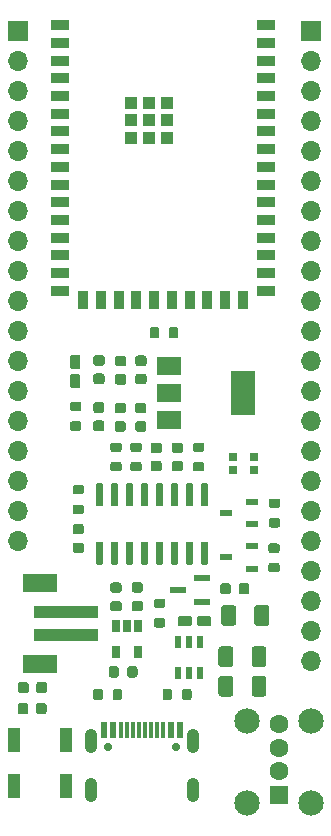
<source format=gbr>
%TF.GenerationSoftware,KiCad,Pcbnew,5.1.5+dfsg1-2build2*%
%TF.CreationDate,2021-10-10T13:01:52+05:30*%
%TF.ProjectId,USBee32-S2,55534265-6533-4322-9d53-322e6b696361,rev?*%
%TF.SameCoordinates,Original*%
%TF.FileFunction,Soldermask,Top*%
%TF.FilePolarity,Negative*%
%FSLAX46Y46*%
G04 Gerber Fmt 4.6, Leading zero omitted, Abs format (unit mm)*
G04 Created by KiCad (PCBNEW 5.1.5+dfsg1-2build2) date 2021-10-10 13:01:52*
%MOMM*%
%LPD*%
G04 APERTURE LIST*
%ADD10C,0.100000*%
%ADD11R,1.320800X0.558800*%
%ADD12R,0.700000X0.700000*%
%ADD13C,2.150000*%
%ADD14R,1.600000X1.600000*%
%ADD15C,1.600000*%
%ADD16O,1.700000X1.700000*%
%ADD17R,1.700000X1.700000*%
%ADD18R,0.600000X1.125000*%
%ADD19R,1.000000X2.000000*%
%ADD20C,0.700000*%
%ADD21O,1.050000X2.100000*%
%ADD22R,0.600000X1.450000*%
%ADD23R,0.300000X1.450000*%
%ADD24R,3.000000X1.600000*%
%ADD25R,5.500000X1.000000*%
%ADD26R,1.050000X0.600000*%
%ADD27R,0.650000X1.060000*%
%ADD28R,2.000000X1.500000*%
%ADD29R,2.000000X3.800000*%
%ADD30R,1.100000X1.100000*%
%ADD31R,1.500000X0.900000*%
%ADD32R,0.900000X1.500000*%
G04 APERTURE END LIST*
D10*
G36*
X188438704Y-106644404D02*
G01*
X188462973Y-106648004D01*
X188486771Y-106653965D01*
X188509871Y-106662230D01*
X188532049Y-106672720D01*
X188553093Y-106685333D01*
X188572798Y-106699947D01*
X188590977Y-106716423D01*
X188607453Y-106734602D01*
X188622067Y-106754307D01*
X188634680Y-106775351D01*
X188645170Y-106797529D01*
X188653435Y-106820629D01*
X188659396Y-106844427D01*
X188662996Y-106868696D01*
X188664200Y-106893200D01*
X188664200Y-108143200D01*
X188662996Y-108167704D01*
X188659396Y-108191973D01*
X188653435Y-108215771D01*
X188645170Y-108238871D01*
X188634680Y-108261049D01*
X188622067Y-108282093D01*
X188607453Y-108301798D01*
X188590977Y-108319977D01*
X188572798Y-108336453D01*
X188553093Y-108351067D01*
X188532049Y-108363680D01*
X188509871Y-108374170D01*
X188486771Y-108382435D01*
X188462973Y-108388396D01*
X188438704Y-108391996D01*
X188414200Y-108393200D01*
X187664200Y-108393200D01*
X187639696Y-108391996D01*
X187615427Y-108388396D01*
X187591629Y-108382435D01*
X187568529Y-108374170D01*
X187546351Y-108363680D01*
X187525307Y-108351067D01*
X187505602Y-108336453D01*
X187487423Y-108319977D01*
X187470947Y-108301798D01*
X187456333Y-108282093D01*
X187443720Y-108261049D01*
X187433230Y-108238871D01*
X187424965Y-108215771D01*
X187419004Y-108191973D01*
X187415404Y-108167704D01*
X187414200Y-108143200D01*
X187414200Y-106893200D01*
X187415404Y-106868696D01*
X187419004Y-106844427D01*
X187424965Y-106820629D01*
X187433230Y-106797529D01*
X187443720Y-106775351D01*
X187456333Y-106754307D01*
X187470947Y-106734602D01*
X187487423Y-106716423D01*
X187505602Y-106699947D01*
X187525307Y-106685333D01*
X187546351Y-106672720D01*
X187568529Y-106662230D01*
X187591629Y-106653965D01*
X187615427Y-106648004D01*
X187639696Y-106644404D01*
X187664200Y-106643200D01*
X188414200Y-106643200D01*
X188438704Y-106644404D01*
G37*
G36*
X185638704Y-106644404D02*
G01*
X185662973Y-106648004D01*
X185686771Y-106653965D01*
X185709871Y-106662230D01*
X185732049Y-106672720D01*
X185753093Y-106685333D01*
X185772798Y-106699947D01*
X185790977Y-106716423D01*
X185807453Y-106734602D01*
X185822067Y-106754307D01*
X185834680Y-106775351D01*
X185845170Y-106797529D01*
X185853435Y-106820629D01*
X185859396Y-106844427D01*
X185862996Y-106868696D01*
X185864200Y-106893200D01*
X185864200Y-108143200D01*
X185862996Y-108167704D01*
X185859396Y-108191973D01*
X185853435Y-108215771D01*
X185845170Y-108238871D01*
X185834680Y-108261049D01*
X185822067Y-108282093D01*
X185807453Y-108301798D01*
X185790977Y-108319977D01*
X185772798Y-108336453D01*
X185753093Y-108351067D01*
X185732049Y-108363680D01*
X185709871Y-108374170D01*
X185686771Y-108382435D01*
X185662973Y-108388396D01*
X185638704Y-108391996D01*
X185614200Y-108393200D01*
X184864200Y-108393200D01*
X184839696Y-108391996D01*
X184815427Y-108388396D01*
X184791629Y-108382435D01*
X184768529Y-108374170D01*
X184746351Y-108363680D01*
X184725307Y-108351067D01*
X184705602Y-108336453D01*
X184687423Y-108319977D01*
X184670947Y-108301798D01*
X184656333Y-108282093D01*
X184643720Y-108261049D01*
X184633230Y-108238871D01*
X184624965Y-108215771D01*
X184619004Y-108191973D01*
X184615404Y-108167704D01*
X184614200Y-108143200D01*
X184614200Y-106893200D01*
X184615404Y-106868696D01*
X184619004Y-106844427D01*
X184624965Y-106820629D01*
X184633230Y-106797529D01*
X184643720Y-106775351D01*
X184656333Y-106754307D01*
X184670947Y-106734602D01*
X184687423Y-106716423D01*
X184705602Y-106699947D01*
X184725307Y-106685333D01*
X184746351Y-106672720D01*
X184768529Y-106662230D01*
X184791629Y-106653965D01*
X184815427Y-106648004D01*
X184839696Y-106644404D01*
X184864200Y-106643200D01*
X185614200Y-106643200D01*
X185638704Y-106644404D01*
G37*
D11*
X182981600Y-106400600D03*
X182981600Y-104368600D03*
X180949600Y-105384600D03*
D12*
X187427200Y-94115800D03*
X187427200Y-95215800D03*
X185597200Y-95215800D03*
X185597200Y-94115800D03*
D13*
X186780000Y-123430000D03*
X186780000Y-116430000D03*
X192220000Y-116430000D03*
X192220000Y-123430000D03*
D14*
X189500000Y-122700000D03*
D15*
X189500000Y-120700000D03*
X189500000Y-118700000D03*
X189500000Y-116700000D03*
D10*
G36*
X175752691Y-111826053D02*
G01*
X175773926Y-111829203D01*
X175794750Y-111834419D01*
X175814962Y-111841651D01*
X175834368Y-111850830D01*
X175852781Y-111861866D01*
X175870024Y-111874654D01*
X175885930Y-111889070D01*
X175900346Y-111904976D01*
X175913134Y-111922219D01*
X175924170Y-111940632D01*
X175933349Y-111960038D01*
X175940581Y-111980250D01*
X175945797Y-112001074D01*
X175948947Y-112022309D01*
X175950000Y-112043750D01*
X175950000Y-112556250D01*
X175948947Y-112577691D01*
X175945797Y-112598926D01*
X175940581Y-112619750D01*
X175933349Y-112639962D01*
X175924170Y-112659368D01*
X175913134Y-112677781D01*
X175900346Y-112695024D01*
X175885930Y-112710930D01*
X175870024Y-112725346D01*
X175852781Y-112738134D01*
X175834368Y-112749170D01*
X175814962Y-112758349D01*
X175794750Y-112765581D01*
X175773926Y-112770797D01*
X175752691Y-112773947D01*
X175731250Y-112775000D01*
X175293750Y-112775000D01*
X175272309Y-112773947D01*
X175251074Y-112770797D01*
X175230250Y-112765581D01*
X175210038Y-112758349D01*
X175190632Y-112749170D01*
X175172219Y-112738134D01*
X175154976Y-112725346D01*
X175139070Y-112710930D01*
X175124654Y-112695024D01*
X175111866Y-112677781D01*
X175100830Y-112659368D01*
X175091651Y-112639962D01*
X175084419Y-112619750D01*
X175079203Y-112598926D01*
X175076053Y-112577691D01*
X175075000Y-112556250D01*
X175075000Y-112043750D01*
X175076053Y-112022309D01*
X175079203Y-112001074D01*
X175084419Y-111980250D01*
X175091651Y-111960038D01*
X175100830Y-111940632D01*
X175111866Y-111922219D01*
X175124654Y-111904976D01*
X175139070Y-111889070D01*
X175154976Y-111874654D01*
X175172219Y-111861866D01*
X175190632Y-111850830D01*
X175210038Y-111841651D01*
X175230250Y-111834419D01*
X175251074Y-111829203D01*
X175272309Y-111826053D01*
X175293750Y-111825000D01*
X175731250Y-111825000D01*
X175752691Y-111826053D01*
G37*
G36*
X177327691Y-111826053D02*
G01*
X177348926Y-111829203D01*
X177369750Y-111834419D01*
X177389962Y-111841651D01*
X177409368Y-111850830D01*
X177427781Y-111861866D01*
X177445024Y-111874654D01*
X177460930Y-111889070D01*
X177475346Y-111904976D01*
X177488134Y-111922219D01*
X177499170Y-111940632D01*
X177508349Y-111960038D01*
X177515581Y-111980250D01*
X177520797Y-112001074D01*
X177523947Y-112022309D01*
X177525000Y-112043750D01*
X177525000Y-112556250D01*
X177523947Y-112577691D01*
X177520797Y-112598926D01*
X177515581Y-112619750D01*
X177508349Y-112639962D01*
X177499170Y-112659368D01*
X177488134Y-112677781D01*
X177475346Y-112695024D01*
X177460930Y-112710930D01*
X177445024Y-112725346D01*
X177427781Y-112738134D01*
X177409368Y-112749170D01*
X177389962Y-112758349D01*
X177369750Y-112765581D01*
X177348926Y-112770797D01*
X177327691Y-112773947D01*
X177306250Y-112775000D01*
X176868750Y-112775000D01*
X176847309Y-112773947D01*
X176826074Y-112770797D01*
X176805250Y-112765581D01*
X176785038Y-112758349D01*
X176765632Y-112749170D01*
X176747219Y-112738134D01*
X176729976Y-112725346D01*
X176714070Y-112710930D01*
X176699654Y-112695024D01*
X176686866Y-112677781D01*
X176675830Y-112659368D01*
X176666651Y-112639962D01*
X176659419Y-112619750D01*
X176654203Y-112598926D01*
X176651053Y-112577691D01*
X176650000Y-112556250D01*
X176650000Y-112043750D01*
X176651053Y-112022309D01*
X176654203Y-112001074D01*
X176659419Y-111980250D01*
X176666651Y-111960038D01*
X176675830Y-111940632D01*
X176686866Y-111922219D01*
X176699654Y-111904976D01*
X176714070Y-111889070D01*
X176729976Y-111874654D01*
X176747219Y-111861866D01*
X176765632Y-111850830D01*
X176785038Y-111841651D01*
X176805250Y-111834419D01*
X176826074Y-111829203D01*
X176847309Y-111826053D01*
X176868750Y-111825000D01*
X177306250Y-111825000D01*
X177327691Y-111826053D01*
G37*
G36*
X182994603Y-94525963D02*
G01*
X183014018Y-94528843D01*
X183033057Y-94533612D01*
X183051537Y-94540224D01*
X183069279Y-94548616D01*
X183086114Y-94558706D01*
X183101879Y-94570398D01*
X183116421Y-94583579D01*
X183129602Y-94598121D01*
X183141294Y-94613886D01*
X183151384Y-94630721D01*
X183159776Y-94648463D01*
X183166388Y-94666943D01*
X183171157Y-94685982D01*
X183174037Y-94705397D01*
X183175000Y-94725000D01*
X183175000Y-95125000D01*
X183174037Y-95144603D01*
X183171157Y-95164018D01*
X183166388Y-95183057D01*
X183159776Y-95201537D01*
X183151384Y-95219279D01*
X183141294Y-95236114D01*
X183129602Y-95251879D01*
X183116421Y-95266421D01*
X183101879Y-95279602D01*
X183086114Y-95291294D01*
X183069279Y-95301384D01*
X183051537Y-95309776D01*
X183033057Y-95316388D01*
X183014018Y-95321157D01*
X182994603Y-95324037D01*
X182975000Y-95325000D01*
X182425000Y-95325000D01*
X182405397Y-95324037D01*
X182385982Y-95321157D01*
X182366943Y-95316388D01*
X182348463Y-95309776D01*
X182330721Y-95301384D01*
X182313886Y-95291294D01*
X182298121Y-95279602D01*
X182283579Y-95266421D01*
X182270398Y-95251879D01*
X182258706Y-95236114D01*
X182248616Y-95219279D01*
X182240224Y-95201537D01*
X182233612Y-95183057D01*
X182228843Y-95164018D01*
X182225963Y-95144603D01*
X182225000Y-95125000D01*
X182225000Y-94725000D01*
X182225963Y-94705397D01*
X182228843Y-94685982D01*
X182233612Y-94666943D01*
X182240224Y-94648463D01*
X182248616Y-94630721D01*
X182258706Y-94613886D01*
X182270398Y-94598121D01*
X182283579Y-94583579D01*
X182298121Y-94570398D01*
X182313886Y-94558706D01*
X182330721Y-94548616D01*
X182348463Y-94540224D01*
X182366943Y-94533612D01*
X182385982Y-94528843D01*
X182405397Y-94525963D01*
X182425000Y-94525000D01*
X182975000Y-94525000D01*
X182994603Y-94525963D01*
G37*
G36*
X182994603Y-92875963D02*
G01*
X183014018Y-92878843D01*
X183033057Y-92883612D01*
X183051537Y-92890224D01*
X183069279Y-92898616D01*
X183086114Y-92908706D01*
X183101879Y-92920398D01*
X183116421Y-92933579D01*
X183129602Y-92948121D01*
X183141294Y-92963886D01*
X183151384Y-92980721D01*
X183159776Y-92998463D01*
X183166388Y-93016943D01*
X183171157Y-93035982D01*
X183174037Y-93055397D01*
X183175000Y-93075000D01*
X183175000Y-93475000D01*
X183174037Y-93494603D01*
X183171157Y-93514018D01*
X183166388Y-93533057D01*
X183159776Y-93551537D01*
X183151384Y-93569279D01*
X183141294Y-93586114D01*
X183129602Y-93601879D01*
X183116421Y-93616421D01*
X183101879Y-93629602D01*
X183086114Y-93641294D01*
X183069279Y-93651384D01*
X183051537Y-93659776D01*
X183033057Y-93666388D01*
X183014018Y-93671157D01*
X182994603Y-93674037D01*
X182975000Y-93675000D01*
X182425000Y-93675000D01*
X182405397Y-93674037D01*
X182385982Y-93671157D01*
X182366943Y-93666388D01*
X182348463Y-93659776D01*
X182330721Y-93651384D01*
X182313886Y-93641294D01*
X182298121Y-93629602D01*
X182283579Y-93616421D01*
X182270398Y-93601879D01*
X182258706Y-93586114D01*
X182248616Y-93569279D01*
X182240224Y-93551537D01*
X182233612Y-93533057D01*
X182228843Y-93514018D01*
X182225963Y-93494603D01*
X182225000Y-93475000D01*
X182225000Y-93075000D01*
X182225963Y-93055397D01*
X182228843Y-93035982D01*
X182233612Y-93016943D01*
X182240224Y-92998463D01*
X182248616Y-92980721D01*
X182258706Y-92963886D01*
X182270398Y-92948121D01*
X182283579Y-92933579D01*
X182298121Y-92920398D01*
X182313886Y-92908706D01*
X182330721Y-92898616D01*
X182348463Y-92890224D01*
X182366943Y-92883612D01*
X182385982Y-92878843D01*
X182405397Y-92875963D01*
X182425000Y-92875000D01*
X182975000Y-92875000D01*
X182994603Y-92875963D01*
G37*
G36*
X172777691Y-99776053D02*
G01*
X172798926Y-99779203D01*
X172819750Y-99784419D01*
X172839962Y-99791651D01*
X172859368Y-99800830D01*
X172877781Y-99811866D01*
X172895024Y-99824654D01*
X172910930Y-99839070D01*
X172925346Y-99854976D01*
X172938134Y-99872219D01*
X172949170Y-99890632D01*
X172958349Y-99910038D01*
X172965581Y-99930250D01*
X172970797Y-99951074D01*
X172973947Y-99972309D01*
X172975000Y-99993750D01*
X172975000Y-100431250D01*
X172973947Y-100452691D01*
X172970797Y-100473926D01*
X172965581Y-100494750D01*
X172958349Y-100514962D01*
X172949170Y-100534368D01*
X172938134Y-100552781D01*
X172925346Y-100570024D01*
X172910930Y-100585930D01*
X172895024Y-100600346D01*
X172877781Y-100613134D01*
X172859368Y-100624170D01*
X172839962Y-100633349D01*
X172819750Y-100640581D01*
X172798926Y-100645797D01*
X172777691Y-100648947D01*
X172756250Y-100650000D01*
X172243750Y-100650000D01*
X172222309Y-100648947D01*
X172201074Y-100645797D01*
X172180250Y-100640581D01*
X172160038Y-100633349D01*
X172140632Y-100624170D01*
X172122219Y-100613134D01*
X172104976Y-100600346D01*
X172089070Y-100585930D01*
X172074654Y-100570024D01*
X172061866Y-100552781D01*
X172050830Y-100534368D01*
X172041651Y-100514962D01*
X172034419Y-100494750D01*
X172029203Y-100473926D01*
X172026053Y-100452691D01*
X172025000Y-100431250D01*
X172025000Y-99993750D01*
X172026053Y-99972309D01*
X172029203Y-99951074D01*
X172034419Y-99930250D01*
X172041651Y-99910038D01*
X172050830Y-99890632D01*
X172061866Y-99872219D01*
X172074654Y-99854976D01*
X172089070Y-99839070D01*
X172104976Y-99824654D01*
X172122219Y-99811866D01*
X172140632Y-99800830D01*
X172160038Y-99791651D01*
X172180250Y-99784419D01*
X172201074Y-99779203D01*
X172222309Y-99776053D01*
X172243750Y-99775000D01*
X172756250Y-99775000D01*
X172777691Y-99776053D01*
G37*
G36*
X172777691Y-101351053D02*
G01*
X172798926Y-101354203D01*
X172819750Y-101359419D01*
X172839962Y-101366651D01*
X172859368Y-101375830D01*
X172877781Y-101386866D01*
X172895024Y-101399654D01*
X172910930Y-101414070D01*
X172925346Y-101429976D01*
X172938134Y-101447219D01*
X172949170Y-101465632D01*
X172958349Y-101485038D01*
X172965581Y-101505250D01*
X172970797Y-101526074D01*
X172973947Y-101547309D01*
X172975000Y-101568750D01*
X172975000Y-102006250D01*
X172973947Y-102027691D01*
X172970797Y-102048926D01*
X172965581Y-102069750D01*
X172958349Y-102089962D01*
X172949170Y-102109368D01*
X172938134Y-102127781D01*
X172925346Y-102145024D01*
X172910930Y-102160930D01*
X172895024Y-102175346D01*
X172877781Y-102188134D01*
X172859368Y-102199170D01*
X172839962Y-102208349D01*
X172819750Y-102215581D01*
X172798926Y-102220797D01*
X172777691Y-102223947D01*
X172756250Y-102225000D01*
X172243750Y-102225000D01*
X172222309Y-102223947D01*
X172201074Y-102220797D01*
X172180250Y-102215581D01*
X172160038Y-102208349D01*
X172140632Y-102199170D01*
X172122219Y-102188134D01*
X172104976Y-102175346D01*
X172089070Y-102160930D01*
X172074654Y-102145024D01*
X172061866Y-102127781D01*
X172050830Y-102109368D01*
X172041651Y-102089962D01*
X172034419Y-102069750D01*
X172029203Y-102048926D01*
X172026053Y-102027691D01*
X172025000Y-102006250D01*
X172025000Y-101568750D01*
X172026053Y-101547309D01*
X172029203Y-101526074D01*
X172034419Y-101505250D01*
X172041651Y-101485038D01*
X172050830Y-101465632D01*
X172061866Y-101447219D01*
X172074654Y-101429976D01*
X172089070Y-101414070D01*
X172104976Y-101399654D01*
X172122219Y-101386866D01*
X172140632Y-101375830D01*
X172160038Y-101366651D01*
X172180250Y-101359419D01*
X172201074Y-101354203D01*
X172222309Y-101351053D01*
X172243750Y-101350000D01*
X172756250Y-101350000D01*
X172777691Y-101351053D01*
G37*
G36*
X175977691Y-104726053D02*
G01*
X175998926Y-104729203D01*
X176019750Y-104734419D01*
X176039962Y-104741651D01*
X176059368Y-104750830D01*
X176077781Y-104761866D01*
X176095024Y-104774654D01*
X176110930Y-104789070D01*
X176125346Y-104804976D01*
X176138134Y-104822219D01*
X176149170Y-104840632D01*
X176158349Y-104860038D01*
X176165581Y-104880250D01*
X176170797Y-104901074D01*
X176173947Y-104922309D01*
X176175000Y-104943750D01*
X176175000Y-105381250D01*
X176173947Y-105402691D01*
X176170797Y-105423926D01*
X176165581Y-105444750D01*
X176158349Y-105464962D01*
X176149170Y-105484368D01*
X176138134Y-105502781D01*
X176125346Y-105520024D01*
X176110930Y-105535930D01*
X176095024Y-105550346D01*
X176077781Y-105563134D01*
X176059368Y-105574170D01*
X176039962Y-105583349D01*
X176019750Y-105590581D01*
X175998926Y-105595797D01*
X175977691Y-105598947D01*
X175956250Y-105600000D01*
X175443750Y-105600000D01*
X175422309Y-105598947D01*
X175401074Y-105595797D01*
X175380250Y-105590581D01*
X175360038Y-105583349D01*
X175340632Y-105574170D01*
X175322219Y-105563134D01*
X175304976Y-105550346D01*
X175289070Y-105535930D01*
X175274654Y-105520024D01*
X175261866Y-105502781D01*
X175250830Y-105484368D01*
X175241651Y-105464962D01*
X175234419Y-105444750D01*
X175229203Y-105423926D01*
X175226053Y-105402691D01*
X175225000Y-105381250D01*
X175225000Y-104943750D01*
X175226053Y-104922309D01*
X175229203Y-104901074D01*
X175234419Y-104880250D01*
X175241651Y-104860038D01*
X175250830Y-104840632D01*
X175261866Y-104822219D01*
X175274654Y-104804976D01*
X175289070Y-104789070D01*
X175304976Y-104774654D01*
X175322219Y-104761866D01*
X175340632Y-104750830D01*
X175360038Y-104741651D01*
X175380250Y-104734419D01*
X175401074Y-104729203D01*
X175422309Y-104726053D01*
X175443750Y-104725000D01*
X175956250Y-104725000D01*
X175977691Y-104726053D01*
G37*
G36*
X175977691Y-106301053D02*
G01*
X175998926Y-106304203D01*
X176019750Y-106309419D01*
X176039962Y-106316651D01*
X176059368Y-106325830D01*
X176077781Y-106336866D01*
X176095024Y-106349654D01*
X176110930Y-106364070D01*
X176125346Y-106379976D01*
X176138134Y-106397219D01*
X176149170Y-106415632D01*
X176158349Y-106435038D01*
X176165581Y-106455250D01*
X176170797Y-106476074D01*
X176173947Y-106497309D01*
X176175000Y-106518750D01*
X176175000Y-106956250D01*
X176173947Y-106977691D01*
X176170797Y-106998926D01*
X176165581Y-107019750D01*
X176158349Y-107039962D01*
X176149170Y-107059368D01*
X176138134Y-107077781D01*
X176125346Y-107095024D01*
X176110930Y-107110930D01*
X176095024Y-107125346D01*
X176077781Y-107138134D01*
X176059368Y-107149170D01*
X176039962Y-107158349D01*
X176019750Y-107165581D01*
X175998926Y-107170797D01*
X175977691Y-107173947D01*
X175956250Y-107175000D01*
X175443750Y-107175000D01*
X175422309Y-107173947D01*
X175401074Y-107170797D01*
X175380250Y-107165581D01*
X175360038Y-107158349D01*
X175340632Y-107149170D01*
X175322219Y-107138134D01*
X175304976Y-107125346D01*
X175289070Y-107110930D01*
X175274654Y-107095024D01*
X175261866Y-107077781D01*
X175250830Y-107059368D01*
X175241651Y-107039962D01*
X175234419Y-107019750D01*
X175229203Y-106998926D01*
X175226053Y-106977691D01*
X175225000Y-106956250D01*
X175225000Y-106518750D01*
X175226053Y-106497309D01*
X175229203Y-106476074D01*
X175234419Y-106455250D01*
X175241651Y-106435038D01*
X175250830Y-106415632D01*
X175261866Y-106397219D01*
X175274654Y-106379976D01*
X175289070Y-106364070D01*
X175304976Y-106349654D01*
X175322219Y-106336866D01*
X175340632Y-106325830D01*
X175360038Y-106316651D01*
X175380250Y-106309419D01*
X175401074Y-106304203D01*
X175422309Y-106301053D01*
X175443750Y-106300000D01*
X175956250Y-106300000D01*
X175977691Y-106301053D01*
G37*
D16*
X192220000Y-111355000D03*
X192220000Y-108815000D03*
X192220000Y-106275000D03*
X192220000Y-103735000D03*
X192220000Y-101195000D03*
X192220000Y-98655000D03*
X192220000Y-96115000D03*
X192220000Y-93575000D03*
X192220000Y-91035000D03*
X192220000Y-88495000D03*
X192220000Y-85955000D03*
X192220000Y-83415000D03*
X192220000Y-80875000D03*
X192220000Y-78335000D03*
X192220000Y-75795000D03*
X192220000Y-73255000D03*
X192220000Y-70715000D03*
X192220000Y-68175000D03*
X192220000Y-65635000D03*
X192220000Y-63095000D03*
X192220000Y-60555000D03*
D17*
X192220000Y-58015000D03*
D18*
X182850000Y-109788000D03*
X181900000Y-109788000D03*
X180950000Y-109788000D03*
X180950000Y-112412000D03*
X181900000Y-112412000D03*
X182850000Y-112412000D03*
D10*
G36*
X183359703Y-101275722D02*
G01*
X183374264Y-101277882D01*
X183388543Y-101281459D01*
X183402403Y-101286418D01*
X183415710Y-101292712D01*
X183428336Y-101300280D01*
X183440159Y-101309048D01*
X183451066Y-101318934D01*
X183460952Y-101329841D01*
X183469720Y-101341664D01*
X183477288Y-101354290D01*
X183483582Y-101367597D01*
X183488541Y-101381457D01*
X183492118Y-101395736D01*
X183494278Y-101410297D01*
X183495000Y-101425000D01*
X183495000Y-103075000D01*
X183494278Y-103089703D01*
X183492118Y-103104264D01*
X183488541Y-103118543D01*
X183483582Y-103132403D01*
X183477288Y-103145710D01*
X183469720Y-103158336D01*
X183460952Y-103170159D01*
X183451066Y-103181066D01*
X183440159Y-103190952D01*
X183428336Y-103199720D01*
X183415710Y-103207288D01*
X183402403Y-103213582D01*
X183388543Y-103218541D01*
X183374264Y-103222118D01*
X183359703Y-103224278D01*
X183345000Y-103225000D01*
X183045000Y-103225000D01*
X183030297Y-103224278D01*
X183015736Y-103222118D01*
X183001457Y-103218541D01*
X182987597Y-103213582D01*
X182974290Y-103207288D01*
X182961664Y-103199720D01*
X182949841Y-103190952D01*
X182938934Y-103181066D01*
X182929048Y-103170159D01*
X182920280Y-103158336D01*
X182912712Y-103145710D01*
X182906418Y-103132403D01*
X182901459Y-103118543D01*
X182897882Y-103104264D01*
X182895722Y-103089703D01*
X182895000Y-103075000D01*
X182895000Y-101425000D01*
X182895722Y-101410297D01*
X182897882Y-101395736D01*
X182901459Y-101381457D01*
X182906418Y-101367597D01*
X182912712Y-101354290D01*
X182920280Y-101341664D01*
X182929048Y-101329841D01*
X182938934Y-101318934D01*
X182949841Y-101309048D01*
X182961664Y-101300280D01*
X182974290Y-101292712D01*
X182987597Y-101286418D01*
X183001457Y-101281459D01*
X183015736Y-101277882D01*
X183030297Y-101275722D01*
X183045000Y-101275000D01*
X183345000Y-101275000D01*
X183359703Y-101275722D01*
G37*
G36*
X182089703Y-101275722D02*
G01*
X182104264Y-101277882D01*
X182118543Y-101281459D01*
X182132403Y-101286418D01*
X182145710Y-101292712D01*
X182158336Y-101300280D01*
X182170159Y-101309048D01*
X182181066Y-101318934D01*
X182190952Y-101329841D01*
X182199720Y-101341664D01*
X182207288Y-101354290D01*
X182213582Y-101367597D01*
X182218541Y-101381457D01*
X182222118Y-101395736D01*
X182224278Y-101410297D01*
X182225000Y-101425000D01*
X182225000Y-103075000D01*
X182224278Y-103089703D01*
X182222118Y-103104264D01*
X182218541Y-103118543D01*
X182213582Y-103132403D01*
X182207288Y-103145710D01*
X182199720Y-103158336D01*
X182190952Y-103170159D01*
X182181066Y-103181066D01*
X182170159Y-103190952D01*
X182158336Y-103199720D01*
X182145710Y-103207288D01*
X182132403Y-103213582D01*
X182118543Y-103218541D01*
X182104264Y-103222118D01*
X182089703Y-103224278D01*
X182075000Y-103225000D01*
X181775000Y-103225000D01*
X181760297Y-103224278D01*
X181745736Y-103222118D01*
X181731457Y-103218541D01*
X181717597Y-103213582D01*
X181704290Y-103207288D01*
X181691664Y-103199720D01*
X181679841Y-103190952D01*
X181668934Y-103181066D01*
X181659048Y-103170159D01*
X181650280Y-103158336D01*
X181642712Y-103145710D01*
X181636418Y-103132403D01*
X181631459Y-103118543D01*
X181627882Y-103104264D01*
X181625722Y-103089703D01*
X181625000Y-103075000D01*
X181625000Y-101425000D01*
X181625722Y-101410297D01*
X181627882Y-101395736D01*
X181631459Y-101381457D01*
X181636418Y-101367597D01*
X181642712Y-101354290D01*
X181650280Y-101341664D01*
X181659048Y-101329841D01*
X181668934Y-101318934D01*
X181679841Y-101309048D01*
X181691664Y-101300280D01*
X181704290Y-101292712D01*
X181717597Y-101286418D01*
X181731457Y-101281459D01*
X181745736Y-101277882D01*
X181760297Y-101275722D01*
X181775000Y-101275000D01*
X182075000Y-101275000D01*
X182089703Y-101275722D01*
G37*
G36*
X180819703Y-101275722D02*
G01*
X180834264Y-101277882D01*
X180848543Y-101281459D01*
X180862403Y-101286418D01*
X180875710Y-101292712D01*
X180888336Y-101300280D01*
X180900159Y-101309048D01*
X180911066Y-101318934D01*
X180920952Y-101329841D01*
X180929720Y-101341664D01*
X180937288Y-101354290D01*
X180943582Y-101367597D01*
X180948541Y-101381457D01*
X180952118Y-101395736D01*
X180954278Y-101410297D01*
X180955000Y-101425000D01*
X180955000Y-103075000D01*
X180954278Y-103089703D01*
X180952118Y-103104264D01*
X180948541Y-103118543D01*
X180943582Y-103132403D01*
X180937288Y-103145710D01*
X180929720Y-103158336D01*
X180920952Y-103170159D01*
X180911066Y-103181066D01*
X180900159Y-103190952D01*
X180888336Y-103199720D01*
X180875710Y-103207288D01*
X180862403Y-103213582D01*
X180848543Y-103218541D01*
X180834264Y-103222118D01*
X180819703Y-103224278D01*
X180805000Y-103225000D01*
X180505000Y-103225000D01*
X180490297Y-103224278D01*
X180475736Y-103222118D01*
X180461457Y-103218541D01*
X180447597Y-103213582D01*
X180434290Y-103207288D01*
X180421664Y-103199720D01*
X180409841Y-103190952D01*
X180398934Y-103181066D01*
X180389048Y-103170159D01*
X180380280Y-103158336D01*
X180372712Y-103145710D01*
X180366418Y-103132403D01*
X180361459Y-103118543D01*
X180357882Y-103104264D01*
X180355722Y-103089703D01*
X180355000Y-103075000D01*
X180355000Y-101425000D01*
X180355722Y-101410297D01*
X180357882Y-101395736D01*
X180361459Y-101381457D01*
X180366418Y-101367597D01*
X180372712Y-101354290D01*
X180380280Y-101341664D01*
X180389048Y-101329841D01*
X180398934Y-101318934D01*
X180409841Y-101309048D01*
X180421664Y-101300280D01*
X180434290Y-101292712D01*
X180447597Y-101286418D01*
X180461457Y-101281459D01*
X180475736Y-101277882D01*
X180490297Y-101275722D01*
X180505000Y-101275000D01*
X180805000Y-101275000D01*
X180819703Y-101275722D01*
G37*
G36*
X179549703Y-101275722D02*
G01*
X179564264Y-101277882D01*
X179578543Y-101281459D01*
X179592403Y-101286418D01*
X179605710Y-101292712D01*
X179618336Y-101300280D01*
X179630159Y-101309048D01*
X179641066Y-101318934D01*
X179650952Y-101329841D01*
X179659720Y-101341664D01*
X179667288Y-101354290D01*
X179673582Y-101367597D01*
X179678541Y-101381457D01*
X179682118Y-101395736D01*
X179684278Y-101410297D01*
X179685000Y-101425000D01*
X179685000Y-103075000D01*
X179684278Y-103089703D01*
X179682118Y-103104264D01*
X179678541Y-103118543D01*
X179673582Y-103132403D01*
X179667288Y-103145710D01*
X179659720Y-103158336D01*
X179650952Y-103170159D01*
X179641066Y-103181066D01*
X179630159Y-103190952D01*
X179618336Y-103199720D01*
X179605710Y-103207288D01*
X179592403Y-103213582D01*
X179578543Y-103218541D01*
X179564264Y-103222118D01*
X179549703Y-103224278D01*
X179535000Y-103225000D01*
X179235000Y-103225000D01*
X179220297Y-103224278D01*
X179205736Y-103222118D01*
X179191457Y-103218541D01*
X179177597Y-103213582D01*
X179164290Y-103207288D01*
X179151664Y-103199720D01*
X179139841Y-103190952D01*
X179128934Y-103181066D01*
X179119048Y-103170159D01*
X179110280Y-103158336D01*
X179102712Y-103145710D01*
X179096418Y-103132403D01*
X179091459Y-103118543D01*
X179087882Y-103104264D01*
X179085722Y-103089703D01*
X179085000Y-103075000D01*
X179085000Y-101425000D01*
X179085722Y-101410297D01*
X179087882Y-101395736D01*
X179091459Y-101381457D01*
X179096418Y-101367597D01*
X179102712Y-101354290D01*
X179110280Y-101341664D01*
X179119048Y-101329841D01*
X179128934Y-101318934D01*
X179139841Y-101309048D01*
X179151664Y-101300280D01*
X179164290Y-101292712D01*
X179177597Y-101286418D01*
X179191457Y-101281459D01*
X179205736Y-101277882D01*
X179220297Y-101275722D01*
X179235000Y-101275000D01*
X179535000Y-101275000D01*
X179549703Y-101275722D01*
G37*
G36*
X178279703Y-101275722D02*
G01*
X178294264Y-101277882D01*
X178308543Y-101281459D01*
X178322403Y-101286418D01*
X178335710Y-101292712D01*
X178348336Y-101300280D01*
X178360159Y-101309048D01*
X178371066Y-101318934D01*
X178380952Y-101329841D01*
X178389720Y-101341664D01*
X178397288Y-101354290D01*
X178403582Y-101367597D01*
X178408541Y-101381457D01*
X178412118Y-101395736D01*
X178414278Y-101410297D01*
X178415000Y-101425000D01*
X178415000Y-103075000D01*
X178414278Y-103089703D01*
X178412118Y-103104264D01*
X178408541Y-103118543D01*
X178403582Y-103132403D01*
X178397288Y-103145710D01*
X178389720Y-103158336D01*
X178380952Y-103170159D01*
X178371066Y-103181066D01*
X178360159Y-103190952D01*
X178348336Y-103199720D01*
X178335710Y-103207288D01*
X178322403Y-103213582D01*
X178308543Y-103218541D01*
X178294264Y-103222118D01*
X178279703Y-103224278D01*
X178265000Y-103225000D01*
X177965000Y-103225000D01*
X177950297Y-103224278D01*
X177935736Y-103222118D01*
X177921457Y-103218541D01*
X177907597Y-103213582D01*
X177894290Y-103207288D01*
X177881664Y-103199720D01*
X177869841Y-103190952D01*
X177858934Y-103181066D01*
X177849048Y-103170159D01*
X177840280Y-103158336D01*
X177832712Y-103145710D01*
X177826418Y-103132403D01*
X177821459Y-103118543D01*
X177817882Y-103104264D01*
X177815722Y-103089703D01*
X177815000Y-103075000D01*
X177815000Y-101425000D01*
X177815722Y-101410297D01*
X177817882Y-101395736D01*
X177821459Y-101381457D01*
X177826418Y-101367597D01*
X177832712Y-101354290D01*
X177840280Y-101341664D01*
X177849048Y-101329841D01*
X177858934Y-101318934D01*
X177869841Y-101309048D01*
X177881664Y-101300280D01*
X177894290Y-101292712D01*
X177907597Y-101286418D01*
X177921457Y-101281459D01*
X177935736Y-101277882D01*
X177950297Y-101275722D01*
X177965000Y-101275000D01*
X178265000Y-101275000D01*
X178279703Y-101275722D01*
G37*
G36*
X177009703Y-101275722D02*
G01*
X177024264Y-101277882D01*
X177038543Y-101281459D01*
X177052403Y-101286418D01*
X177065710Y-101292712D01*
X177078336Y-101300280D01*
X177090159Y-101309048D01*
X177101066Y-101318934D01*
X177110952Y-101329841D01*
X177119720Y-101341664D01*
X177127288Y-101354290D01*
X177133582Y-101367597D01*
X177138541Y-101381457D01*
X177142118Y-101395736D01*
X177144278Y-101410297D01*
X177145000Y-101425000D01*
X177145000Y-103075000D01*
X177144278Y-103089703D01*
X177142118Y-103104264D01*
X177138541Y-103118543D01*
X177133582Y-103132403D01*
X177127288Y-103145710D01*
X177119720Y-103158336D01*
X177110952Y-103170159D01*
X177101066Y-103181066D01*
X177090159Y-103190952D01*
X177078336Y-103199720D01*
X177065710Y-103207288D01*
X177052403Y-103213582D01*
X177038543Y-103218541D01*
X177024264Y-103222118D01*
X177009703Y-103224278D01*
X176995000Y-103225000D01*
X176695000Y-103225000D01*
X176680297Y-103224278D01*
X176665736Y-103222118D01*
X176651457Y-103218541D01*
X176637597Y-103213582D01*
X176624290Y-103207288D01*
X176611664Y-103199720D01*
X176599841Y-103190952D01*
X176588934Y-103181066D01*
X176579048Y-103170159D01*
X176570280Y-103158336D01*
X176562712Y-103145710D01*
X176556418Y-103132403D01*
X176551459Y-103118543D01*
X176547882Y-103104264D01*
X176545722Y-103089703D01*
X176545000Y-103075000D01*
X176545000Y-101425000D01*
X176545722Y-101410297D01*
X176547882Y-101395736D01*
X176551459Y-101381457D01*
X176556418Y-101367597D01*
X176562712Y-101354290D01*
X176570280Y-101341664D01*
X176579048Y-101329841D01*
X176588934Y-101318934D01*
X176599841Y-101309048D01*
X176611664Y-101300280D01*
X176624290Y-101292712D01*
X176637597Y-101286418D01*
X176651457Y-101281459D01*
X176665736Y-101277882D01*
X176680297Y-101275722D01*
X176695000Y-101275000D01*
X176995000Y-101275000D01*
X177009703Y-101275722D01*
G37*
G36*
X175739703Y-101275722D02*
G01*
X175754264Y-101277882D01*
X175768543Y-101281459D01*
X175782403Y-101286418D01*
X175795710Y-101292712D01*
X175808336Y-101300280D01*
X175820159Y-101309048D01*
X175831066Y-101318934D01*
X175840952Y-101329841D01*
X175849720Y-101341664D01*
X175857288Y-101354290D01*
X175863582Y-101367597D01*
X175868541Y-101381457D01*
X175872118Y-101395736D01*
X175874278Y-101410297D01*
X175875000Y-101425000D01*
X175875000Y-103075000D01*
X175874278Y-103089703D01*
X175872118Y-103104264D01*
X175868541Y-103118543D01*
X175863582Y-103132403D01*
X175857288Y-103145710D01*
X175849720Y-103158336D01*
X175840952Y-103170159D01*
X175831066Y-103181066D01*
X175820159Y-103190952D01*
X175808336Y-103199720D01*
X175795710Y-103207288D01*
X175782403Y-103213582D01*
X175768543Y-103218541D01*
X175754264Y-103222118D01*
X175739703Y-103224278D01*
X175725000Y-103225000D01*
X175425000Y-103225000D01*
X175410297Y-103224278D01*
X175395736Y-103222118D01*
X175381457Y-103218541D01*
X175367597Y-103213582D01*
X175354290Y-103207288D01*
X175341664Y-103199720D01*
X175329841Y-103190952D01*
X175318934Y-103181066D01*
X175309048Y-103170159D01*
X175300280Y-103158336D01*
X175292712Y-103145710D01*
X175286418Y-103132403D01*
X175281459Y-103118543D01*
X175277882Y-103104264D01*
X175275722Y-103089703D01*
X175275000Y-103075000D01*
X175275000Y-101425000D01*
X175275722Y-101410297D01*
X175277882Y-101395736D01*
X175281459Y-101381457D01*
X175286418Y-101367597D01*
X175292712Y-101354290D01*
X175300280Y-101341664D01*
X175309048Y-101329841D01*
X175318934Y-101318934D01*
X175329841Y-101309048D01*
X175341664Y-101300280D01*
X175354290Y-101292712D01*
X175367597Y-101286418D01*
X175381457Y-101281459D01*
X175395736Y-101277882D01*
X175410297Y-101275722D01*
X175425000Y-101275000D01*
X175725000Y-101275000D01*
X175739703Y-101275722D01*
G37*
G36*
X174469703Y-101275722D02*
G01*
X174484264Y-101277882D01*
X174498543Y-101281459D01*
X174512403Y-101286418D01*
X174525710Y-101292712D01*
X174538336Y-101300280D01*
X174550159Y-101309048D01*
X174561066Y-101318934D01*
X174570952Y-101329841D01*
X174579720Y-101341664D01*
X174587288Y-101354290D01*
X174593582Y-101367597D01*
X174598541Y-101381457D01*
X174602118Y-101395736D01*
X174604278Y-101410297D01*
X174605000Y-101425000D01*
X174605000Y-103075000D01*
X174604278Y-103089703D01*
X174602118Y-103104264D01*
X174598541Y-103118543D01*
X174593582Y-103132403D01*
X174587288Y-103145710D01*
X174579720Y-103158336D01*
X174570952Y-103170159D01*
X174561066Y-103181066D01*
X174550159Y-103190952D01*
X174538336Y-103199720D01*
X174525710Y-103207288D01*
X174512403Y-103213582D01*
X174498543Y-103218541D01*
X174484264Y-103222118D01*
X174469703Y-103224278D01*
X174455000Y-103225000D01*
X174155000Y-103225000D01*
X174140297Y-103224278D01*
X174125736Y-103222118D01*
X174111457Y-103218541D01*
X174097597Y-103213582D01*
X174084290Y-103207288D01*
X174071664Y-103199720D01*
X174059841Y-103190952D01*
X174048934Y-103181066D01*
X174039048Y-103170159D01*
X174030280Y-103158336D01*
X174022712Y-103145710D01*
X174016418Y-103132403D01*
X174011459Y-103118543D01*
X174007882Y-103104264D01*
X174005722Y-103089703D01*
X174005000Y-103075000D01*
X174005000Y-101425000D01*
X174005722Y-101410297D01*
X174007882Y-101395736D01*
X174011459Y-101381457D01*
X174016418Y-101367597D01*
X174022712Y-101354290D01*
X174030280Y-101341664D01*
X174039048Y-101329841D01*
X174048934Y-101318934D01*
X174059841Y-101309048D01*
X174071664Y-101300280D01*
X174084290Y-101292712D01*
X174097597Y-101286418D01*
X174111457Y-101281459D01*
X174125736Y-101277882D01*
X174140297Y-101275722D01*
X174155000Y-101275000D01*
X174455000Y-101275000D01*
X174469703Y-101275722D01*
G37*
G36*
X174469703Y-96325722D02*
G01*
X174484264Y-96327882D01*
X174498543Y-96331459D01*
X174512403Y-96336418D01*
X174525710Y-96342712D01*
X174538336Y-96350280D01*
X174550159Y-96359048D01*
X174561066Y-96368934D01*
X174570952Y-96379841D01*
X174579720Y-96391664D01*
X174587288Y-96404290D01*
X174593582Y-96417597D01*
X174598541Y-96431457D01*
X174602118Y-96445736D01*
X174604278Y-96460297D01*
X174605000Y-96475000D01*
X174605000Y-98125000D01*
X174604278Y-98139703D01*
X174602118Y-98154264D01*
X174598541Y-98168543D01*
X174593582Y-98182403D01*
X174587288Y-98195710D01*
X174579720Y-98208336D01*
X174570952Y-98220159D01*
X174561066Y-98231066D01*
X174550159Y-98240952D01*
X174538336Y-98249720D01*
X174525710Y-98257288D01*
X174512403Y-98263582D01*
X174498543Y-98268541D01*
X174484264Y-98272118D01*
X174469703Y-98274278D01*
X174455000Y-98275000D01*
X174155000Y-98275000D01*
X174140297Y-98274278D01*
X174125736Y-98272118D01*
X174111457Y-98268541D01*
X174097597Y-98263582D01*
X174084290Y-98257288D01*
X174071664Y-98249720D01*
X174059841Y-98240952D01*
X174048934Y-98231066D01*
X174039048Y-98220159D01*
X174030280Y-98208336D01*
X174022712Y-98195710D01*
X174016418Y-98182403D01*
X174011459Y-98168543D01*
X174007882Y-98154264D01*
X174005722Y-98139703D01*
X174005000Y-98125000D01*
X174005000Y-96475000D01*
X174005722Y-96460297D01*
X174007882Y-96445736D01*
X174011459Y-96431457D01*
X174016418Y-96417597D01*
X174022712Y-96404290D01*
X174030280Y-96391664D01*
X174039048Y-96379841D01*
X174048934Y-96368934D01*
X174059841Y-96359048D01*
X174071664Y-96350280D01*
X174084290Y-96342712D01*
X174097597Y-96336418D01*
X174111457Y-96331459D01*
X174125736Y-96327882D01*
X174140297Y-96325722D01*
X174155000Y-96325000D01*
X174455000Y-96325000D01*
X174469703Y-96325722D01*
G37*
G36*
X175739703Y-96325722D02*
G01*
X175754264Y-96327882D01*
X175768543Y-96331459D01*
X175782403Y-96336418D01*
X175795710Y-96342712D01*
X175808336Y-96350280D01*
X175820159Y-96359048D01*
X175831066Y-96368934D01*
X175840952Y-96379841D01*
X175849720Y-96391664D01*
X175857288Y-96404290D01*
X175863582Y-96417597D01*
X175868541Y-96431457D01*
X175872118Y-96445736D01*
X175874278Y-96460297D01*
X175875000Y-96475000D01*
X175875000Y-98125000D01*
X175874278Y-98139703D01*
X175872118Y-98154264D01*
X175868541Y-98168543D01*
X175863582Y-98182403D01*
X175857288Y-98195710D01*
X175849720Y-98208336D01*
X175840952Y-98220159D01*
X175831066Y-98231066D01*
X175820159Y-98240952D01*
X175808336Y-98249720D01*
X175795710Y-98257288D01*
X175782403Y-98263582D01*
X175768543Y-98268541D01*
X175754264Y-98272118D01*
X175739703Y-98274278D01*
X175725000Y-98275000D01*
X175425000Y-98275000D01*
X175410297Y-98274278D01*
X175395736Y-98272118D01*
X175381457Y-98268541D01*
X175367597Y-98263582D01*
X175354290Y-98257288D01*
X175341664Y-98249720D01*
X175329841Y-98240952D01*
X175318934Y-98231066D01*
X175309048Y-98220159D01*
X175300280Y-98208336D01*
X175292712Y-98195710D01*
X175286418Y-98182403D01*
X175281459Y-98168543D01*
X175277882Y-98154264D01*
X175275722Y-98139703D01*
X175275000Y-98125000D01*
X175275000Y-96475000D01*
X175275722Y-96460297D01*
X175277882Y-96445736D01*
X175281459Y-96431457D01*
X175286418Y-96417597D01*
X175292712Y-96404290D01*
X175300280Y-96391664D01*
X175309048Y-96379841D01*
X175318934Y-96368934D01*
X175329841Y-96359048D01*
X175341664Y-96350280D01*
X175354290Y-96342712D01*
X175367597Y-96336418D01*
X175381457Y-96331459D01*
X175395736Y-96327882D01*
X175410297Y-96325722D01*
X175425000Y-96325000D01*
X175725000Y-96325000D01*
X175739703Y-96325722D01*
G37*
G36*
X177009703Y-96325722D02*
G01*
X177024264Y-96327882D01*
X177038543Y-96331459D01*
X177052403Y-96336418D01*
X177065710Y-96342712D01*
X177078336Y-96350280D01*
X177090159Y-96359048D01*
X177101066Y-96368934D01*
X177110952Y-96379841D01*
X177119720Y-96391664D01*
X177127288Y-96404290D01*
X177133582Y-96417597D01*
X177138541Y-96431457D01*
X177142118Y-96445736D01*
X177144278Y-96460297D01*
X177145000Y-96475000D01*
X177145000Y-98125000D01*
X177144278Y-98139703D01*
X177142118Y-98154264D01*
X177138541Y-98168543D01*
X177133582Y-98182403D01*
X177127288Y-98195710D01*
X177119720Y-98208336D01*
X177110952Y-98220159D01*
X177101066Y-98231066D01*
X177090159Y-98240952D01*
X177078336Y-98249720D01*
X177065710Y-98257288D01*
X177052403Y-98263582D01*
X177038543Y-98268541D01*
X177024264Y-98272118D01*
X177009703Y-98274278D01*
X176995000Y-98275000D01*
X176695000Y-98275000D01*
X176680297Y-98274278D01*
X176665736Y-98272118D01*
X176651457Y-98268541D01*
X176637597Y-98263582D01*
X176624290Y-98257288D01*
X176611664Y-98249720D01*
X176599841Y-98240952D01*
X176588934Y-98231066D01*
X176579048Y-98220159D01*
X176570280Y-98208336D01*
X176562712Y-98195710D01*
X176556418Y-98182403D01*
X176551459Y-98168543D01*
X176547882Y-98154264D01*
X176545722Y-98139703D01*
X176545000Y-98125000D01*
X176545000Y-96475000D01*
X176545722Y-96460297D01*
X176547882Y-96445736D01*
X176551459Y-96431457D01*
X176556418Y-96417597D01*
X176562712Y-96404290D01*
X176570280Y-96391664D01*
X176579048Y-96379841D01*
X176588934Y-96368934D01*
X176599841Y-96359048D01*
X176611664Y-96350280D01*
X176624290Y-96342712D01*
X176637597Y-96336418D01*
X176651457Y-96331459D01*
X176665736Y-96327882D01*
X176680297Y-96325722D01*
X176695000Y-96325000D01*
X176995000Y-96325000D01*
X177009703Y-96325722D01*
G37*
G36*
X178279703Y-96325722D02*
G01*
X178294264Y-96327882D01*
X178308543Y-96331459D01*
X178322403Y-96336418D01*
X178335710Y-96342712D01*
X178348336Y-96350280D01*
X178360159Y-96359048D01*
X178371066Y-96368934D01*
X178380952Y-96379841D01*
X178389720Y-96391664D01*
X178397288Y-96404290D01*
X178403582Y-96417597D01*
X178408541Y-96431457D01*
X178412118Y-96445736D01*
X178414278Y-96460297D01*
X178415000Y-96475000D01*
X178415000Y-98125000D01*
X178414278Y-98139703D01*
X178412118Y-98154264D01*
X178408541Y-98168543D01*
X178403582Y-98182403D01*
X178397288Y-98195710D01*
X178389720Y-98208336D01*
X178380952Y-98220159D01*
X178371066Y-98231066D01*
X178360159Y-98240952D01*
X178348336Y-98249720D01*
X178335710Y-98257288D01*
X178322403Y-98263582D01*
X178308543Y-98268541D01*
X178294264Y-98272118D01*
X178279703Y-98274278D01*
X178265000Y-98275000D01*
X177965000Y-98275000D01*
X177950297Y-98274278D01*
X177935736Y-98272118D01*
X177921457Y-98268541D01*
X177907597Y-98263582D01*
X177894290Y-98257288D01*
X177881664Y-98249720D01*
X177869841Y-98240952D01*
X177858934Y-98231066D01*
X177849048Y-98220159D01*
X177840280Y-98208336D01*
X177832712Y-98195710D01*
X177826418Y-98182403D01*
X177821459Y-98168543D01*
X177817882Y-98154264D01*
X177815722Y-98139703D01*
X177815000Y-98125000D01*
X177815000Y-96475000D01*
X177815722Y-96460297D01*
X177817882Y-96445736D01*
X177821459Y-96431457D01*
X177826418Y-96417597D01*
X177832712Y-96404290D01*
X177840280Y-96391664D01*
X177849048Y-96379841D01*
X177858934Y-96368934D01*
X177869841Y-96359048D01*
X177881664Y-96350280D01*
X177894290Y-96342712D01*
X177907597Y-96336418D01*
X177921457Y-96331459D01*
X177935736Y-96327882D01*
X177950297Y-96325722D01*
X177965000Y-96325000D01*
X178265000Y-96325000D01*
X178279703Y-96325722D01*
G37*
G36*
X179549703Y-96325722D02*
G01*
X179564264Y-96327882D01*
X179578543Y-96331459D01*
X179592403Y-96336418D01*
X179605710Y-96342712D01*
X179618336Y-96350280D01*
X179630159Y-96359048D01*
X179641066Y-96368934D01*
X179650952Y-96379841D01*
X179659720Y-96391664D01*
X179667288Y-96404290D01*
X179673582Y-96417597D01*
X179678541Y-96431457D01*
X179682118Y-96445736D01*
X179684278Y-96460297D01*
X179685000Y-96475000D01*
X179685000Y-98125000D01*
X179684278Y-98139703D01*
X179682118Y-98154264D01*
X179678541Y-98168543D01*
X179673582Y-98182403D01*
X179667288Y-98195710D01*
X179659720Y-98208336D01*
X179650952Y-98220159D01*
X179641066Y-98231066D01*
X179630159Y-98240952D01*
X179618336Y-98249720D01*
X179605710Y-98257288D01*
X179592403Y-98263582D01*
X179578543Y-98268541D01*
X179564264Y-98272118D01*
X179549703Y-98274278D01*
X179535000Y-98275000D01*
X179235000Y-98275000D01*
X179220297Y-98274278D01*
X179205736Y-98272118D01*
X179191457Y-98268541D01*
X179177597Y-98263582D01*
X179164290Y-98257288D01*
X179151664Y-98249720D01*
X179139841Y-98240952D01*
X179128934Y-98231066D01*
X179119048Y-98220159D01*
X179110280Y-98208336D01*
X179102712Y-98195710D01*
X179096418Y-98182403D01*
X179091459Y-98168543D01*
X179087882Y-98154264D01*
X179085722Y-98139703D01*
X179085000Y-98125000D01*
X179085000Y-96475000D01*
X179085722Y-96460297D01*
X179087882Y-96445736D01*
X179091459Y-96431457D01*
X179096418Y-96417597D01*
X179102712Y-96404290D01*
X179110280Y-96391664D01*
X179119048Y-96379841D01*
X179128934Y-96368934D01*
X179139841Y-96359048D01*
X179151664Y-96350280D01*
X179164290Y-96342712D01*
X179177597Y-96336418D01*
X179191457Y-96331459D01*
X179205736Y-96327882D01*
X179220297Y-96325722D01*
X179235000Y-96325000D01*
X179535000Y-96325000D01*
X179549703Y-96325722D01*
G37*
G36*
X180819703Y-96325722D02*
G01*
X180834264Y-96327882D01*
X180848543Y-96331459D01*
X180862403Y-96336418D01*
X180875710Y-96342712D01*
X180888336Y-96350280D01*
X180900159Y-96359048D01*
X180911066Y-96368934D01*
X180920952Y-96379841D01*
X180929720Y-96391664D01*
X180937288Y-96404290D01*
X180943582Y-96417597D01*
X180948541Y-96431457D01*
X180952118Y-96445736D01*
X180954278Y-96460297D01*
X180955000Y-96475000D01*
X180955000Y-98125000D01*
X180954278Y-98139703D01*
X180952118Y-98154264D01*
X180948541Y-98168543D01*
X180943582Y-98182403D01*
X180937288Y-98195710D01*
X180929720Y-98208336D01*
X180920952Y-98220159D01*
X180911066Y-98231066D01*
X180900159Y-98240952D01*
X180888336Y-98249720D01*
X180875710Y-98257288D01*
X180862403Y-98263582D01*
X180848543Y-98268541D01*
X180834264Y-98272118D01*
X180819703Y-98274278D01*
X180805000Y-98275000D01*
X180505000Y-98275000D01*
X180490297Y-98274278D01*
X180475736Y-98272118D01*
X180461457Y-98268541D01*
X180447597Y-98263582D01*
X180434290Y-98257288D01*
X180421664Y-98249720D01*
X180409841Y-98240952D01*
X180398934Y-98231066D01*
X180389048Y-98220159D01*
X180380280Y-98208336D01*
X180372712Y-98195710D01*
X180366418Y-98182403D01*
X180361459Y-98168543D01*
X180357882Y-98154264D01*
X180355722Y-98139703D01*
X180355000Y-98125000D01*
X180355000Y-96475000D01*
X180355722Y-96460297D01*
X180357882Y-96445736D01*
X180361459Y-96431457D01*
X180366418Y-96417597D01*
X180372712Y-96404290D01*
X180380280Y-96391664D01*
X180389048Y-96379841D01*
X180398934Y-96368934D01*
X180409841Y-96359048D01*
X180421664Y-96350280D01*
X180434290Y-96342712D01*
X180447597Y-96336418D01*
X180461457Y-96331459D01*
X180475736Y-96327882D01*
X180490297Y-96325722D01*
X180505000Y-96325000D01*
X180805000Y-96325000D01*
X180819703Y-96325722D01*
G37*
G36*
X182089703Y-96325722D02*
G01*
X182104264Y-96327882D01*
X182118543Y-96331459D01*
X182132403Y-96336418D01*
X182145710Y-96342712D01*
X182158336Y-96350280D01*
X182170159Y-96359048D01*
X182181066Y-96368934D01*
X182190952Y-96379841D01*
X182199720Y-96391664D01*
X182207288Y-96404290D01*
X182213582Y-96417597D01*
X182218541Y-96431457D01*
X182222118Y-96445736D01*
X182224278Y-96460297D01*
X182225000Y-96475000D01*
X182225000Y-98125000D01*
X182224278Y-98139703D01*
X182222118Y-98154264D01*
X182218541Y-98168543D01*
X182213582Y-98182403D01*
X182207288Y-98195710D01*
X182199720Y-98208336D01*
X182190952Y-98220159D01*
X182181066Y-98231066D01*
X182170159Y-98240952D01*
X182158336Y-98249720D01*
X182145710Y-98257288D01*
X182132403Y-98263582D01*
X182118543Y-98268541D01*
X182104264Y-98272118D01*
X182089703Y-98274278D01*
X182075000Y-98275000D01*
X181775000Y-98275000D01*
X181760297Y-98274278D01*
X181745736Y-98272118D01*
X181731457Y-98268541D01*
X181717597Y-98263582D01*
X181704290Y-98257288D01*
X181691664Y-98249720D01*
X181679841Y-98240952D01*
X181668934Y-98231066D01*
X181659048Y-98220159D01*
X181650280Y-98208336D01*
X181642712Y-98195710D01*
X181636418Y-98182403D01*
X181631459Y-98168543D01*
X181627882Y-98154264D01*
X181625722Y-98139703D01*
X181625000Y-98125000D01*
X181625000Y-96475000D01*
X181625722Y-96460297D01*
X181627882Y-96445736D01*
X181631459Y-96431457D01*
X181636418Y-96417597D01*
X181642712Y-96404290D01*
X181650280Y-96391664D01*
X181659048Y-96379841D01*
X181668934Y-96368934D01*
X181679841Y-96359048D01*
X181691664Y-96350280D01*
X181704290Y-96342712D01*
X181717597Y-96336418D01*
X181731457Y-96331459D01*
X181745736Y-96327882D01*
X181760297Y-96325722D01*
X181775000Y-96325000D01*
X182075000Y-96325000D01*
X182089703Y-96325722D01*
G37*
G36*
X183359703Y-96325722D02*
G01*
X183374264Y-96327882D01*
X183388543Y-96331459D01*
X183402403Y-96336418D01*
X183415710Y-96342712D01*
X183428336Y-96350280D01*
X183440159Y-96359048D01*
X183451066Y-96368934D01*
X183460952Y-96379841D01*
X183469720Y-96391664D01*
X183477288Y-96404290D01*
X183483582Y-96417597D01*
X183488541Y-96431457D01*
X183492118Y-96445736D01*
X183494278Y-96460297D01*
X183495000Y-96475000D01*
X183495000Y-98125000D01*
X183494278Y-98139703D01*
X183492118Y-98154264D01*
X183488541Y-98168543D01*
X183483582Y-98182403D01*
X183477288Y-98195710D01*
X183469720Y-98208336D01*
X183460952Y-98220159D01*
X183451066Y-98231066D01*
X183440159Y-98240952D01*
X183428336Y-98249720D01*
X183415710Y-98257288D01*
X183402403Y-98263582D01*
X183388543Y-98268541D01*
X183374264Y-98272118D01*
X183359703Y-98274278D01*
X183345000Y-98275000D01*
X183045000Y-98275000D01*
X183030297Y-98274278D01*
X183015736Y-98272118D01*
X183001457Y-98268541D01*
X182987597Y-98263582D01*
X182974290Y-98257288D01*
X182961664Y-98249720D01*
X182949841Y-98240952D01*
X182938934Y-98231066D01*
X182929048Y-98220159D01*
X182920280Y-98208336D01*
X182912712Y-98195710D01*
X182906418Y-98182403D01*
X182901459Y-98168543D01*
X182897882Y-98154264D01*
X182895722Y-98139703D01*
X182895000Y-98125000D01*
X182895000Y-96475000D01*
X182895722Y-96460297D01*
X182897882Y-96445736D01*
X182901459Y-96431457D01*
X182906418Y-96417597D01*
X182912712Y-96404290D01*
X182920280Y-96391664D01*
X182929048Y-96379841D01*
X182938934Y-96368934D01*
X182949841Y-96359048D01*
X182961664Y-96350280D01*
X182974290Y-96342712D01*
X182987597Y-96336418D01*
X183001457Y-96331459D01*
X183015736Y-96327882D01*
X183030297Y-96325722D01*
X183045000Y-96325000D01*
X183345000Y-96325000D01*
X183359703Y-96325722D01*
G37*
D19*
X171450000Y-121990000D03*
X167050000Y-121990000D03*
D20*
X180783980Y-118658620D03*
X175003980Y-118658620D03*
D21*
X182213980Y-122308620D03*
X173573980Y-122308620D03*
X182213980Y-118128620D03*
X173573980Y-118128620D03*
D22*
X181143980Y-117213620D03*
X180343980Y-117213620D03*
D23*
X179643980Y-117213620D03*
X179143980Y-117213620D03*
X178643980Y-117213620D03*
X178143980Y-117213620D03*
X176143980Y-117213620D03*
X176643980Y-117213620D03*
X177143980Y-117213620D03*
X177643980Y-117213620D03*
D22*
X175443980Y-117213620D03*
X174643980Y-117213620D03*
D10*
G36*
X185399504Y-112636204D02*
G01*
X185423773Y-112639804D01*
X185447571Y-112645765D01*
X185470671Y-112654030D01*
X185492849Y-112664520D01*
X185513893Y-112677133D01*
X185533598Y-112691747D01*
X185551777Y-112708223D01*
X185568253Y-112726402D01*
X185582867Y-112746107D01*
X185595480Y-112767151D01*
X185605970Y-112789329D01*
X185614235Y-112812429D01*
X185620196Y-112836227D01*
X185623796Y-112860496D01*
X185625000Y-112885000D01*
X185625000Y-114135000D01*
X185623796Y-114159504D01*
X185620196Y-114183773D01*
X185614235Y-114207571D01*
X185605970Y-114230671D01*
X185595480Y-114252849D01*
X185582867Y-114273893D01*
X185568253Y-114293598D01*
X185551777Y-114311777D01*
X185533598Y-114328253D01*
X185513893Y-114342867D01*
X185492849Y-114355480D01*
X185470671Y-114365970D01*
X185447571Y-114374235D01*
X185423773Y-114380196D01*
X185399504Y-114383796D01*
X185375000Y-114385000D01*
X184625000Y-114385000D01*
X184600496Y-114383796D01*
X184576227Y-114380196D01*
X184552429Y-114374235D01*
X184529329Y-114365970D01*
X184507151Y-114355480D01*
X184486107Y-114342867D01*
X184466402Y-114328253D01*
X184448223Y-114311777D01*
X184431747Y-114293598D01*
X184417133Y-114273893D01*
X184404520Y-114252849D01*
X184394030Y-114230671D01*
X184385765Y-114207571D01*
X184379804Y-114183773D01*
X184376204Y-114159504D01*
X184375000Y-114135000D01*
X184375000Y-112885000D01*
X184376204Y-112860496D01*
X184379804Y-112836227D01*
X184385765Y-112812429D01*
X184394030Y-112789329D01*
X184404520Y-112767151D01*
X184417133Y-112746107D01*
X184431747Y-112726402D01*
X184448223Y-112708223D01*
X184466402Y-112691747D01*
X184486107Y-112677133D01*
X184507151Y-112664520D01*
X184529329Y-112654030D01*
X184552429Y-112645765D01*
X184576227Y-112639804D01*
X184600496Y-112636204D01*
X184625000Y-112635000D01*
X185375000Y-112635000D01*
X185399504Y-112636204D01*
G37*
G36*
X188199504Y-112636204D02*
G01*
X188223773Y-112639804D01*
X188247571Y-112645765D01*
X188270671Y-112654030D01*
X188292849Y-112664520D01*
X188313893Y-112677133D01*
X188333598Y-112691747D01*
X188351777Y-112708223D01*
X188368253Y-112726402D01*
X188382867Y-112746107D01*
X188395480Y-112767151D01*
X188405970Y-112789329D01*
X188414235Y-112812429D01*
X188420196Y-112836227D01*
X188423796Y-112860496D01*
X188425000Y-112885000D01*
X188425000Y-114135000D01*
X188423796Y-114159504D01*
X188420196Y-114183773D01*
X188414235Y-114207571D01*
X188405970Y-114230671D01*
X188395480Y-114252849D01*
X188382867Y-114273893D01*
X188368253Y-114293598D01*
X188351777Y-114311777D01*
X188333598Y-114328253D01*
X188313893Y-114342867D01*
X188292849Y-114355480D01*
X188270671Y-114365970D01*
X188247571Y-114374235D01*
X188223773Y-114380196D01*
X188199504Y-114383796D01*
X188175000Y-114385000D01*
X187425000Y-114385000D01*
X187400496Y-114383796D01*
X187376227Y-114380196D01*
X187352429Y-114374235D01*
X187329329Y-114365970D01*
X187307151Y-114355480D01*
X187286107Y-114342867D01*
X187266402Y-114328253D01*
X187248223Y-114311777D01*
X187231747Y-114293598D01*
X187217133Y-114273893D01*
X187204520Y-114252849D01*
X187194030Y-114230671D01*
X187185765Y-114207571D01*
X187179804Y-114183773D01*
X187176204Y-114159504D01*
X187175000Y-114135000D01*
X187175000Y-112885000D01*
X187176204Y-112860496D01*
X187179804Y-112836227D01*
X187185765Y-112812429D01*
X187194030Y-112789329D01*
X187204520Y-112767151D01*
X187217133Y-112746107D01*
X187231747Y-112726402D01*
X187248223Y-112708223D01*
X187266402Y-112691747D01*
X187286107Y-112677133D01*
X187307151Y-112664520D01*
X187329329Y-112654030D01*
X187352429Y-112645765D01*
X187376227Y-112639804D01*
X187400496Y-112636204D01*
X187425000Y-112635000D01*
X188175000Y-112635000D01*
X188199504Y-112636204D01*
G37*
D24*
X169250000Y-104800000D03*
X169250000Y-111600000D03*
D25*
X171500000Y-107200000D03*
X171500000Y-109200000D03*
D10*
G36*
X177777691Y-104701053D02*
G01*
X177798926Y-104704203D01*
X177819750Y-104709419D01*
X177839962Y-104716651D01*
X177859368Y-104725830D01*
X177877781Y-104736866D01*
X177895024Y-104749654D01*
X177910930Y-104764070D01*
X177925346Y-104779976D01*
X177938134Y-104797219D01*
X177949170Y-104815632D01*
X177958349Y-104835038D01*
X177965581Y-104855250D01*
X177970797Y-104876074D01*
X177973947Y-104897309D01*
X177975000Y-104918750D01*
X177975000Y-105356250D01*
X177973947Y-105377691D01*
X177970797Y-105398926D01*
X177965581Y-105419750D01*
X177958349Y-105439962D01*
X177949170Y-105459368D01*
X177938134Y-105477781D01*
X177925346Y-105495024D01*
X177910930Y-105510930D01*
X177895024Y-105525346D01*
X177877781Y-105538134D01*
X177859368Y-105549170D01*
X177839962Y-105558349D01*
X177819750Y-105565581D01*
X177798926Y-105570797D01*
X177777691Y-105573947D01*
X177756250Y-105575000D01*
X177243750Y-105575000D01*
X177222309Y-105573947D01*
X177201074Y-105570797D01*
X177180250Y-105565581D01*
X177160038Y-105558349D01*
X177140632Y-105549170D01*
X177122219Y-105538134D01*
X177104976Y-105525346D01*
X177089070Y-105510930D01*
X177074654Y-105495024D01*
X177061866Y-105477781D01*
X177050830Y-105459368D01*
X177041651Y-105439962D01*
X177034419Y-105419750D01*
X177029203Y-105398926D01*
X177026053Y-105377691D01*
X177025000Y-105356250D01*
X177025000Y-104918750D01*
X177026053Y-104897309D01*
X177029203Y-104876074D01*
X177034419Y-104855250D01*
X177041651Y-104835038D01*
X177050830Y-104815632D01*
X177061866Y-104797219D01*
X177074654Y-104779976D01*
X177089070Y-104764070D01*
X177104976Y-104749654D01*
X177122219Y-104736866D01*
X177140632Y-104725830D01*
X177160038Y-104716651D01*
X177180250Y-104709419D01*
X177201074Y-104704203D01*
X177222309Y-104701053D01*
X177243750Y-104700000D01*
X177756250Y-104700000D01*
X177777691Y-104701053D01*
G37*
G36*
X177777691Y-106276053D02*
G01*
X177798926Y-106279203D01*
X177819750Y-106284419D01*
X177839962Y-106291651D01*
X177859368Y-106300830D01*
X177877781Y-106311866D01*
X177895024Y-106324654D01*
X177910930Y-106339070D01*
X177925346Y-106354976D01*
X177938134Y-106372219D01*
X177949170Y-106390632D01*
X177958349Y-106410038D01*
X177965581Y-106430250D01*
X177970797Y-106451074D01*
X177973947Y-106472309D01*
X177975000Y-106493750D01*
X177975000Y-106931250D01*
X177973947Y-106952691D01*
X177970797Y-106973926D01*
X177965581Y-106994750D01*
X177958349Y-107014962D01*
X177949170Y-107034368D01*
X177938134Y-107052781D01*
X177925346Y-107070024D01*
X177910930Y-107085930D01*
X177895024Y-107100346D01*
X177877781Y-107113134D01*
X177859368Y-107124170D01*
X177839962Y-107133349D01*
X177819750Y-107140581D01*
X177798926Y-107145797D01*
X177777691Y-107148947D01*
X177756250Y-107150000D01*
X177243750Y-107150000D01*
X177222309Y-107148947D01*
X177201074Y-107145797D01*
X177180250Y-107140581D01*
X177160038Y-107133349D01*
X177140632Y-107124170D01*
X177122219Y-107113134D01*
X177104976Y-107100346D01*
X177089070Y-107085930D01*
X177074654Y-107070024D01*
X177061866Y-107052781D01*
X177050830Y-107034368D01*
X177041651Y-107014962D01*
X177034419Y-106994750D01*
X177029203Y-106973926D01*
X177026053Y-106952691D01*
X177025000Y-106931250D01*
X177025000Y-106493750D01*
X177026053Y-106472309D01*
X177029203Y-106451074D01*
X177034419Y-106430250D01*
X177041651Y-106410038D01*
X177050830Y-106390632D01*
X177061866Y-106372219D01*
X177074654Y-106354976D01*
X177089070Y-106339070D01*
X177104976Y-106324654D01*
X177122219Y-106311866D01*
X177140632Y-106300830D01*
X177160038Y-106291651D01*
X177180250Y-106284419D01*
X177201074Y-106279203D01*
X177222309Y-106276053D01*
X177243750Y-106275000D01*
X177756250Y-106275000D01*
X177777691Y-106276053D01*
G37*
G36*
X174394603Y-113735963D02*
G01*
X174414018Y-113738843D01*
X174433057Y-113743612D01*
X174451537Y-113750224D01*
X174469279Y-113758616D01*
X174486114Y-113768706D01*
X174501879Y-113780398D01*
X174516421Y-113793579D01*
X174529602Y-113808121D01*
X174541294Y-113823886D01*
X174551384Y-113840721D01*
X174559776Y-113858463D01*
X174566388Y-113876943D01*
X174571157Y-113895982D01*
X174574037Y-113915397D01*
X174575000Y-113935000D01*
X174575000Y-114485000D01*
X174574037Y-114504603D01*
X174571157Y-114524018D01*
X174566388Y-114543057D01*
X174559776Y-114561537D01*
X174551384Y-114579279D01*
X174541294Y-114596114D01*
X174529602Y-114611879D01*
X174516421Y-114626421D01*
X174501879Y-114639602D01*
X174486114Y-114651294D01*
X174469279Y-114661384D01*
X174451537Y-114669776D01*
X174433057Y-114676388D01*
X174414018Y-114681157D01*
X174394603Y-114684037D01*
X174375000Y-114685000D01*
X173975000Y-114685000D01*
X173955397Y-114684037D01*
X173935982Y-114681157D01*
X173916943Y-114676388D01*
X173898463Y-114669776D01*
X173880721Y-114661384D01*
X173863886Y-114651294D01*
X173848121Y-114639602D01*
X173833579Y-114626421D01*
X173820398Y-114611879D01*
X173808706Y-114596114D01*
X173798616Y-114579279D01*
X173790224Y-114561537D01*
X173783612Y-114543057D01*
X173778843Y-114524018D01*
X173775963Y-114504603D01*
X173775000Y-114485000D01*
X173775000Y-113935000D01*
X173775963Y-113915397D01*
X173778843Y-113895982D01*
X173783612Y-113876943D01*
X173790224Y-113858463D01*
X173798616Y-113840721D01*
X173808706Y-113823886D01*
X173820398Y-113808121D01*
X173833579Y-113793579D01*
X173848121Y-113780398D01*
X173863886Y-113768706D01*
X173880721Y-113758616D01*
X173898463Y-113750224D01*
X173916943Y-113743612D01*
X173935982Y-113738843D01*
X173955397Y-113735963D01*
X173975000Y-113735000D01*
X174375000Y-113735000D01*
X174394603Y-113735963D01*
G37*
G36*
X176044603Y-113735963D02*
G01*
X176064018Y-113738843D01*
X176083057Y-113743612D01*
X176101537Y-113750224D01*
X176119279Y-113758616D01*
X176136114Y-113768706D01*
X176151879Y-113780398D01*
X176166421Y-113793579D01*
X176179602Y-113808121D01*
X176191294Y-113823886D01*
X176201384Y-113840721D01*
X176209776Y-113858463D01*
X176216388Y-113876943D01*
X176221157Y-113895982D01*
X176224037Y-113915397D01*
X176225000Y-113935000D01*
X176225000Y-114485000D01*
X176224037Y-114504603D01*
X176221157Y-114524018D01*
X176216388Y-114543057D01*
X176209776Y-114561537D01*
X176201384Y-114579279D01*
X176191294Y-114596114D01*
X176179602Y-114611879D01*
X176166421Y-114626421D01*
X176151879Y-114639602D01*
X176136114Y-114651294D01*
X176119279Y-114661384D01*
X176101537Y-114669776D01*
X176083057Y-114676388D01*
X176064018Y-114681157D01*
X176044603Y-114684037D01*
X176025000Y-114685000D01*
X175625000Y-114685000D01*
X175605397Y-114684037D01*
X175585982Y-114681157D01*
X175566943Y-114676388D01*
X175548463Y-114669776D01*
X175530721Y-114661384D01*
X175513886Y-114651294D01*
X175498121Y-114639602D01*
X175483579Y-114626421D01*
X175470398Y-114611879D01*
X175458706Y-114596114D01*
X175448616Y-114579279D01*
X175440224Y-114561537D01*
X175433612Y-114543057D01*
X175428843Y-114524018D01*
X175425963Y-114504603D01*
X175425000Y-114485000D01*
X175425000Y-113935000D01*
X175425963Y-113915397D01*
X175428843Y-113895982D01*
X175433612Y-113876943D01*
X175440224Y-113858463D01*
X175448616Y-113840721D01*
X175458706Y-113823886D01*
X175470398Y-113808121D01*
X175483579Y-113793579D01*
X175498121Y-113780398D01*
X175513886Y-113768706D01*
X175530721Y-113758616D01*
X175548463Y-113750224D01*
X175566943Y-113743612D01*
X175585982Y-113738843D01*
X175605397Y-113735963D01*
X175625000Y-113735000D01*
X176025000Y-113735000D01*
X176044603Y-113735963D01*
G37*
D26*
X185025000Y-98850000D03*
X187225000Y-97900000D03*
X187225000Y-99800000D03*
X185025000Y-102600000D03*
X187225000Y-101650000D03*
X187225000Y-103550000D03*
D27*
X177600000Y-110600000D03*
X175700000Y-110600000D03*
X175700000Y-108400000D03*
X176650000Y-108400000D03*
X177600000Y-108400000D03*
D28*
X180192500Y-86392900D03*
X180192500Y-90992900D03*
X180192500Y-88692900D03*
D29*
X186492500Y-88692900D03*
D30*
X176990000Y-64090000D03*
X178490000Y-64090000D03*
X179990000Y-64090000D03*
X179990000Y-65590000D03*
X179990000Y-67090000D03*
X178490000Y-67090000D03*
X176990000Y-67090000D03*
X176990000Y-65590000D03*
X178490000Y-65590000D03*
D31*
X188430000Y-57540000D03*
X188430000Y-59040000D03*
X188430000Y-60540000D03*
X188430000Y-62040000D03*
X188430000Y-63540000D03*
X188430000Y-65040000D03*
X188430000Y-66540000D03*
X188430000Y-68040000D03*
X188430000Y-69540000D03*
X188430000Y-71040000D03*
X188430000Y-72540000D03*
X188430000Y-74040000D03*
X188430000Y-75540000D03*
X188430000Y-77040000D03*
X188430000Y-78540000D03*
X188430000Y-80040000D03*
D32*
X186430000Y-80790000D03*
X184930000Y-80790000D03*
X183430000Y-80790000D03*
X181930000Y-80790000D03*
X180430000Y-80790000D03*
X178930000Y-80790000D03*
X177430000Y-80790000D03*
X175930000Y-80790000D03*
X174430000Y-80790000D03*
X172930000Y-80790000D03*
D31*
X170930000Y-80040000D03*
X170930000Y-78540000D03*
X170930000Y-77040000D03*
X170930000Y-75540000D03*
X170930000Y-74040000D03*
X170930000Y-72540000D03*
X170930000Y-71040000D03*
X170930000Y-69540000D03*
X170930000Y-68040000D03*
X170930000Y-66540000D03*
X170930000Y-65040000D03*
X170930000Y-63540000D03*
X170930000Y-62040000D03*
X170930000Y-60540000D03*
X170930000Y-59040000D03*
X170930000Y-57540000D03*
D10*
G36*
X175994603Y-92875963D02*
G01*
X176014018Y-92878843D01*
X176033057Y-92883612D01*
X176051537Y-92890224D01*
X176069279Y-92898616D01*
X176086114Y-92908706D01*
X176101879Y-92920398D01*
X176116421Y-92933579D01*
X176129602Y-92948121D01*
X176141294Y-92963886D01*
X176151384Y-92980721D01*
X176159776Y-92998463D01*
X176166388Y-93016943D01*
X176171157Y-93035982D01*
X176174037Y-93055397D01*
X176175000Y-93075000D01*
X176175000Y-93475000D01*
X176174037Y-93494603D01*
X176171157Y-93514018D01*
X176166388Y-93533057D01*
X176159776Y-93551537D01*
X176151384Y-93569279D01*
X176141294Y-93586114D01*
X176129602Y-93601879D01*
X176116421Y-93616421D01*
X176101879Y-93629602D01*
X176086114Y-93641294D01*
X176069279Y-93651384D01*
X176051537Y-93659776D01*
X176033057Y-93666388D01*
X176014018Y-93671157D01*
X175994603Y-93674037D01*
X175975000Y-93675000D01*
X175425000Y-93675000D01*
X175405397Y-93674037D01*
X175385982Y-93671157D01*
X175366943Y-93666388D01*
X175348463Y-93659776D01*
X175330721Y-93651384D01*
X175313886Y-93641294D01*
X175298121Y-93629602D01*
X175283579Y-93616421D01*
X175270398Y-93601879D01*
X175258706Y-93586114D01*
X175248616Y-93569279D01*
X175240224Y-93551537D01*
X175233612Y-93533057D01*
X175228843Y-93514018D01*
X175225963Y-93494603D01*
X175225000Y-93475000D01*
X175225000Y-93075000D01*
X175225963Y-93055397D01*
X175228843Y-93035982D01*
X175233612Y-93016943D01*
X175240224Y-92998463D01*
X175248616Y-92980721D01*
X175258706Y-92963886D01*
X175270398Y-92948121D01*
X175283579Y-92933579D01*
X175298121Y-92920398D01*
X175313886Y-92908706D01*
X175330721Y-92898616D01*
X175348463Y-92890224D01*
X175366943Y-92883612D01*
X175385982Y-92878843D01*
X175405397Y-92875963D01*
X175425000Y-92875000D01*
X175975000Y-92875000D01*
X175994603Y-92875963D01*
G37*
G36*
X175994603Y-94525963D02*
G01*
X176014018Y-94528843D01*
X176033057Y-94533612D01*
X176051537Y-94540224D01*
X176069279Y-94548616D01*
X176086114Y-94558706D01*
X176101879Y-94570398D01*
X176116421Y-94583579D01*
X176129602Y-94598121D01*
X176141294Y-94613886D01*
X176151384Y-94630721D01*
X176159776Y-94648463D01*
X176166388Y-94666943D01*
X176171157Y-94685982D01*
X176174037Y-94705397D01*
X176175000Y-94725000D01*
X176175000Y-95125000D01*
X176174037Y-95144603D01*
X176171157Y-95164018D01*
X176166388Y-95183057D01*
X176159776Y-95201537D01*
X176151384Y-95219279D01*
X176141294Y-95236114D01*
X176129602Y-95251879D01*
X176116421Y-95266421D01*
X176101879Y-95279602D01*
X176086114Y-95291294D01*
X176069279Y-95301384D01*
X176051537Y-95309776D01*
X176033057Y-95316388D01*
X176014018Y-95321157D01*
X175994603Y-95324037D01*
X175975000Y-95325000D01*
X175425000Y-95325000D01*
X175405397Y-95324037D01*
X175385982Y-95321157D01*
X175366943Y-95316388D01*
X175348463Y-95309776D01*
X175330721Y-95301384D01*
X175313886Y-95291294D01*
X175298121Y-95279602D01*
X175283579Y-95266421D01*
X175270398Y-95251879D01*
X175258706Y-95236114D01*
X175248616Y-95219279D01*
X175240224Y-95201537D01*
X175233612Y-95183057D01*
X175228843Y-95164018D01*
X175225963Y-95144603D01*
X175225000Y-95125000D01*
X175225000Y-94725000D01*
X175225963Y-94705397D01*
X175228843Y-94685982D01*
X175233612Y-94666943D01*
X175240224Y-94648463D01*
X175248616Y-94630721D01*
X175258706Y-94613886D01*
X175270398Y-94598121D01*
X175283579Y-94583579D01*
X175298121Y-94570398D01*
X175313886Y-94558706D01*
X175330721Y-94548616D01*
X175348463Y-94540224D01*
X175366943Y-94533612D01*
X175385982Y-94528843D01*
X175405397Y-94525963D01*
X175425000Y-94525000D01*
X175975000Y-94525000D01*
X175994603Y-94525963D01*
G37*
G36*
X183579929Y-107576823D02*
G01*
X183600557Y-107579883D01*
X183620785Y-107584950D01*
X183640420Y-107591976D01*
X183659272Y-107600892D01*
X183677159Y-107611613D01*
X183693909Y-107624035D01*
X183709360Y-107638040D01*
X183723365Y-107653491D01*
X183735787Y-107670241D01*
X183746508Y-107688128D01*
X183755424Y-107706980D01*
X183762450Y-107726615D01*
X183767517Y-107746843D01*
X183770577Y-107767471D01*
X183771600Y-107788300D01*
X183771600Y-108213300D01*
X183770577Y-108234129D01*
X183767517Y-108254757D01*
X183762450Y-108274985D01*
X183755424Y-108294620D01*
X183746508Y-108313472D01*
X183735787Y-108331359D01*
X183723365Y-108348109D01*
X183709360Y-108363560D01*
X183693909Y-108377565D01*
X183677159Y-108389987D01*
X183659272Y-108400708D01*
X183640420Y-108409624D01*
X183620785Y-108416650D01*
X183600557Y-108421717D01*
X183579929Y-108424777D01*
X183559100Y-108425800D01*
X182759100Y-108425800D01*
X182738271Y-108424777D01*
X182717643Y-108421717D01*
X182697415Y-108416650D01*
X182677780Y-108409624D01*
X182658928Y-108400708D01*
X182641041Y-108389987D01*
X182624291Y-108377565D01*
X182608840Y-108363560D01*
X182594835Y-108348109D01*
X182582413Y-108331359D01*
X182571692Y-108313472D01*
X182562776Y-108294620D01*
X182555750Y-108274985D01*
X182550683Y-108254757D01*
X182547623Y-108234129D01*
X182546600Y-108213300D01*
X182546600Y-107788300D01*
X182547623Y-107767471D01*
X182550683Y-107746843D01*
X182555750Y-107726615D01*
X182562776Y-107706980D01*
X182571692Y-107688128D01*
X182582413Y-107670241D01*
X182594835Y-107653491D01*
X182608840Y-107638040D01*
X182624291Y-107624035D01*
X182641041Y-107611613D01*
X182658928Y-107600892D01*
X182677780Y-107591976D01*
X182697415Y-107584950D01*
X182717643Y-107579883D01*
X182738271Y-107576823D01*
X182759100Y-107575800D01*
X183559100Y-107575800D01*
X183579929Y-107576823D01*
G37*
G36*
X181954929Y-107576823D02*
G01*
X181975557Y-107579883D01*
X181995785Y-107584950D01*
X182015420Y-107591976D01*
X182034272Y-107600892D01*
X182052159Y-107611613D01*
X182068909Y-107624035D01*
X182084360Y-107638040D01*
X182098365Y-107653491D01*
X182110787Y-107670241D01*
X182121508Y-107688128D01*
X182130424Y-107706980D01*
X182137450Y-107726615D01*
X182142517Y-107746843D01*
X182145577Y-107767471D01*
X182146600Y-107788300D01*
X182146600Y-108213300D01*
X182145577Y-108234129D01*
X182142517Y-108254757D01*
X182137450Y-108274985D01*
X182130424Y-108294620D01*
X182121508Y-108313472D01*
X182110787Y-108331359D01*
X182098365Y-108348109D01*
X182084360Y-108363560D01*
X182068909Y-108377565D01*
X182052159Y-108389987D01*
X182034272Y-108400708D01*
X182015420Y-108409624D01*
X181995785Y-108416650D01*
X181975557Y-108421717D01*
X181954929Y-108424777D01*
X181934100Y-108425800D01*
X181134100Y-108425800D01*
X181113271Y-108424777D01*
X181092643Y-108421717D01*
X181072415Y-108416650D01*
X181052780Y-108409624D01*
X181033928Y-108400708D01*
X181016041Y-108389987D01*
X180999291Y-108377565D01*
X180983840Y-108363560D01*
X180969835Y-108348109D01*
X180957413Y-108331359D01*
X180946692Y-108313472D01*
X180937776Y-108294620D01*
X180930750Y-108274985D01*
X180925683Y-108254757D01*
X180922623Y-108234129D01*
X180921600Y-108213300D01*
X180921600Y-107788300D01*
X180922623Y-107767471D01*
X180925683Y-107746843D01*
X180930750Y-107726615D01*
X180937776Y-107706980D01*
X180946692Y-107688128D01*
X180957413Y-107670241D01*
X180969835Y-107653491D01*
X180983840Y-107638040D01*
X180999291Y-107624035D01*
X181016041Y-107611613D01*
X181033928Y-107600892D01*
X181052780Y-107591976D01*
X181072415Y-107584950D01*
X181092643Y-107579883D01*
X181113271Y-107576823D01*
X181134100Y-107575800D01*
X181934100Y-107575800D01*
X181954929Y-107576823D01*
G37*
G36*
X179694803Y-107740963D02*
G01*
X179714218Y-107743843D01*
X179733257Y-107748612D01*
X179751737Y-107755224D01*
X179769479Y-107763616D01*
X179786314Y-107773706D01*
X179802079Y-107785398D01*
X179816621Y-107798579D01*
X179829802Y-107813121D01*
X179841494Y-107828886D01*
X179851584Y-107845721D01*
X179859976Y-107863463D01*
X179866588Y-107881943D01*
X179871357Y-107900982D01*
X179874237Y-107920397D01*
X179875200Y-107940000D01*
X179875200Y-108340000D01*
X179874237Y-108359603D01*
X179871357Y-108379018D01*
X179866588Y-108398057D01*
X179859976Y-108416537D01*
X179851584Y-108434279D01*
X179841494Y-108451114D01*
X179829802Y-108466879D01*
X179816621Y-108481421D01*
X179802079Y-108494602D01*
X179786314Y-108506294D01*
X179769479Y-108516384D01*
X179751737Y-108524776D01*
X179733257Y-108531388D01*
X179714218Y-108536157D01*
X179694803Y-108539037D01*
X179675200Y-108540000D01*
X179125200Y-108540000D01*
X179105597Y-108539037D01*
X179086182Y-108536157D01*
X179067143Y-108531388D01*
X179048663Y-108524776D01*
X179030921Y-108516384D01*
X179014086Y-108506294D01*
X178998321Y-108494602D01*
X178983779Y-108481421D01*
X178970598Y-108466879D01*
X178958906Y-108451114D01*
X178948816Y-108434279D01*
X178940424Y-108416537D01*
X178933812Y-108398057D01*
X178929043Y-108379018D01*
X178926163Y-108359603D01*
X178925200Y-108340000D01*
X178925200Y-107940000D01*
X178926163Y-107920397D01*
X178929043Y-107900982D01*
X178933812Y-107881943D01*
X178940424Y-107863463D01*
X178948816Y-107845721D01*
X178958906Y-107828886D01*
X178970598Y-107813121D01*
X178983779Y-107798579D01*
X178998321Y-107785398D01*
X179014086Y-107773706D01*
X179030921Y-107763616D01*
X179048663Y-107755224D01*
X179067143Y-107748612D01*
X179086182Y-107743843D01*
X179105597Y-107740963D01*
X179125200Y-107740000D01*
X179675200Y-107740000D01*
X179694803Y-107740963D01*
G37*
G36*
X179694803Y-106090963D02*
G01*
X179714218Y-106093843D01*
X179733257Y-106098612D01*
X179751737Y-106105224D01*
X179769479Y-106113616D01*
X179786314Y-106123706D01*
X179802079Y-106135398D01*
X179816621Y-106148579D01*
X179829802Y-106163121D01*
X179841494Y-106178886D01*
X179851584Y-106195721D01*
X179859976Y-106213463D01*
X179866588Y-106231943D01*
X179871357Y-106250982D01*
X179874237Y-106270397D01*
X179875200Y-106290000D01*
X179875200Y-106690000D01*
X179874237Y-106709603D01*
X179871357Y-106729018D01*
X179866588Y-106748057D01*
X179859976Y-106766537D01*
X179851584Y-106784279D01*
X179841494Y-106801114D01*
X179829802Y-106816879D01*
X179816621Y-106831421D01*
X179802079Y-106844602D01*
X179786314Y-106856294D01*
X179769479Y-106866384D01*
X179751737Y-106874776D01*
X179733257Y-106881388D01*
X179714218Y-106886157D01*
X179694803Y-106889037D01*
X179675200Y-106890000D01*
X179125200Y-106890000D01*
X179105597Y-106889037D01*
X179086182Y-106886157D01*
X179067143Y-106881388D01*
X179048663Y-106874776D01*
X179030921Y-106866384D01*
X179014086Y-106856294D01*
X178998321Y-106844602D01*
X178983779Y-106831421D01*
X178970598Y-106816879D01*
X178958906Y-106801114D01*
X178948816Y-106784279D01*
X178940424Y-106766537D01*
X178933812Y-106748057D01*
X178929043Y-106729018D01*
X178926163Y-106709603D01*
X178925200Y-106690000D01*
X178925200Y-106290000D01*
X178926163Y-106270397D01*
X178929043Y-106250982D01*
X178933812Y-106231943D01*
X178940424Y-106213463D01*
X178948816Y-106195721D01*
X178958906Y-106178886D01*
X178970598Y-106163121D01*
X178983779Y-106148579D01*
X178998321Y-106135398D01*
X179014086Y-106123706D01*
X179030921Y-106113616D01*
X179048663Y-106105224D01*
X179067143Y-106098612D01*
X179086182Y-106093843D01*
X179105597Y-106090963D01*
X179125200Y-106090000D01*
X179675200Y-106090000D01*
X179694803Y-106090963D01*
G37*
G36*
X176362854Y-87075883D02*
G01*
X176384695Y-87079123D01*
X176406114Y-87084488D01*
X176426904Y-87091927D01*
X176446864Y-87101368D01*
X176465803Y-87112719D01*
X176483538Y-87125873D01*
X176499899Y-87140701D01*
X176514727Y-87157062D01*
X176527881Y-87174797D01*
X176539232Y-87193736D01*
X176548673Y-87213696D01*
X176556112Y-87234486D01*
X176561477Y-87255905D01*
X176564717Y-87277746D01*
X176565800Y-87299800D01*
X176565800Y-87749800D01*
X176564717Y-87771854D01*
X176561477Y-87793695D01*
X176556112Y-87815114D01*
X176548673Y-87835904D01*
X176539232Y-87855864D01*
X176527881Y-87874803D01*
X176514727Y-87892538D01*
X176499899Y-87908899D01*
X176483538Y-87923727D01*
X176465803Y-87936881D01*
X176446864Y-87948232D01*
X176426904Y-87957673D01*
X176406114Y-87965112D01*
X176384695Y-87970477D01*
X176362854Y-87973717D01*
X176340800Y-87974800D01*
X175840800Y-87974800D01*
X175818746Y-87973717D01*
X175796905Y-87970477D01*
X175775486Y-87965112D01*
X175754696Y-87957673D01*
X175734736Y-87948232D01*
X175715797Y-87936881D01*
X175698062Y-87923727D01*
X175681701Y-87908899D01*
X175666873Y-87892538D01*
X175653719Y-87874803D01*
X175642368Y-87855864D01*
X175632927Y-87835904D01*
X175625488Y-87815114D01*
X175620123Y-87793695D01*
X175616883Y-87771854D01*
X175615800Y-87749800D01*
X175615800Y-87299800D01*
X175616883Y-87277746D01*
X175620123Y-87255905D01*
X175625488Y-87234486D01*
X175632927Y-87213696D01*
X175642368Y-87193736D01*
X175653719Y-87174797D01*
X175666873Y-87157062D01*
X175681701Y-87140701D01*
X175698062Y-87125873D01*
X175715797Y-87112719D01*
X175734736Y-87101368D01*
X175754696Y-87091927D01*
X175775486Y-87084488D01*
X175796905Y-87079123D01*
X175818746Y-87075883D01*
X175840800Y-87074800D01*
X176340800Y-87074800D01*
X176362854Y-87075883D01*
G37*
G36*
X176362854Y-85525883D02*
G01*
X176384695Y-85529123D01*
X176406114Y-85534488D01*
X176426904Y-85541927D01*
X176446864Y-85551368D01*
X176465803Y-85562719D01*
X176483538Y-85575873D01*
X176499899Y-85590701D01*
X176514727Y-85607062D01*
X176527881Y-85624797D01*
X176539232Y-85643736D01*
X176548673Y-85663696D01*
X176556112Y-85684486D01*
X176561477Y-85705905D01*
X176564717Y-85727746D01*
X176565800Y-85749800D01*
X176565800Y-86199800D01*
X176564717Y-86221854D01*
X176561477Y-86243695D01*
X176556112Y-86265114D01*
X176548673Y-86285904D01*
X176539232Y-86305864D01*
X176527881Y-86324803D01*
X176514727Y-86342538D01*
X176499899Y-86358899D01*
X176483538Y-86373727D01*
X176465803Y-86386881D01*
X176446864Y-86398232D01*
X176426904Y-86407673D01*
X176406114Y-86415112D01*
X176384695Y-86420477D01*
X176362854Y-86423717D01*
X176340800Y-86424800D01*
X175840800Y-86424800D01*
X175818746Y-86423717D01*
X175796905Y-86420477D01*
X175775486Y-86415112D01*
X175754696Y-86407673D01*
X175734736Y-86398232D01*
X175715797Y-86386881D01*
X175698062Y-86373727D01*
X175681701Y-86358899D01*
X175666873Y-86342538D01*
X175653719Y-86324803D01*
X175642368Y-86305864D01*
X175632927Y-86285904D01*
X175625488Y-86265114D01*
X175620123Y-86243695D01*
X175616883Y-86221854D01*
X175615800Y-86199800D01*
X175615800Y-85749800D01*
X175616883Y-85727746D01*
X175620123Y-85705905D01*
X175625488Y-85684486D01*
X175632927Y-85663696D01*
X175642368Y-85643736D01*
X175653719Y-85624797D01*
X175666873Y-85607062D01*
X175681701Y-85590701D01*
X175698062Y-85575873D01*
X175715797Y-85562719D01*
X175734736Y-85551368D01*
X175754696Y-85541927D01*
X175775486Y-85534488D01*
X175796905Y-85529123D01*
X175818746Y-85525883D01*
X175840800Y-85524800D01*
X176340800Y-85524800D01*
X176362854Y-85525883D01*
G37*
G36*
X176324754Y-91063383D02*
G01*
X176346595Y-91066623D01*
X176368014Y-91071988D01*
X176388804Y-91079427D01*
X176408764Y-91088868D01*
X176427703Y-91100219D01*
X176445438Y-91113373D01*
X176461799Y-91128201D01*
X176476627Y-91144562D01*
X176489781Y-91162297D01*
X176501132Y-91181236D01*
X176510573Y-91201196D01*
X176518012Y-91221986D01*
X176523377Y-91243405D01*
X176526617Y-91265246D01*
X176527700Y-91287300D01*
X176527700Y-91737300D01*
X176526617Y-91759354D01*
X176523377Y-91781195D01*
X176518012Y-91802614D01*
X176510573Y-91823404D01*
X176501132Y-91843364D01*
X176489781Y-91862303D01*
X176476627Y-91880038D01*
X176461799Y-91896399D01*
X176445438Y-91911227D01*
X176427703Y-91924381D01*
X176408764Y-91935732D01*
X176388804Y-91945173D01*
X176368014Y-91952612D01*
X176346595Y-91957977D01*
X176324754Y-91961217D01*
X176302700Y-91962300D01*
X175802700Y-91962300D01*
X175780646Y-91961217D01*
X175758805Y-91957977D01*
X175737386Y-91952612D01*
X175716596Y-91945173D01*
X175696636Y-91935732D01*
X175677697Y-91924381D01*
X175659962Y-91911227D01*
X175643601Y-91896399D01*
X175628773Y-91880038D01*
X175615619Y-91862303D01*
X175604268Y-91843364D01*
X175594827Y-91823404D01*
X175587388Y-91802614D01*
X175582023Y-91781195D01*
X175578783Y-91759354D01*
X175577700Y-91737300D01*
X175577700Y-91287300D01*
X175578783Y-91265246D01*
X175582023Y-91243405D01*
X175587388Y-91221986D01*
X175594827Y-91201196D01*
X175604268Y-91181236D01*
X175615619Y-91162297D01*
X175628773Y-91144562D01*
X175643601Y-91128201D01*
X175659962Y-91113373D01*
X175677697Y-91100219D01*
X175696636Y-91088868D01*
X175716596Y-91079427D01*
X175737386Y-91071988D01*
X175758805Y-91066623D01*
X175780646Y-91063383D01*
X175802700Y-91062300D01*
X176302700Y-91062300D01*
X176324754Y-91063383D01*
G37*
G36*
X176324754Y-89513383D02*
G01*
X176346595Y-89516623D01*
X176368014Y-89521988D01*
X176388804Y-89529427D01*
X176408764Y-89538868D01*
X176427703Y-89550219D01*
X176445438Y-89563373D01*
X176461799Y-89578201D01*
X176476627Y-89594562D01*
X176489781Y-89612297D01*
X176501132Y-89631236D01*
X176510573Y-89651196D01*
X176518012Y-89671986D01*
X176523377Y-89693405D01*
X176526617Y-89715246D01*
X176527700Y-89737300D01*
X176527700Y-90187300D01*
X176526617Y-90209354D01*
X176523377Y-90231195D01*
X176518012Y-90252614D01*
X176510573Y-90273404D01*
X176501132Y-90293364D01*
X176489781Y-90312303D01*
X176476627Y-90330038D01*
X176461799Y-90346399D01*
X176445438Y-90361227D01*
X176427703Y-90374381D01*
X176408764Y-90385732D01*
X176388804Y-90395173D01*
X176368014Y-90402612D01*
X176346595Y-90407977D01*
X176324754Y-90411217D01*
X176302700Y-90412300D01*
X175802700Y-90412300D01*
X175780646Y-90411217D01*
X175758805Y-90407977D01*
X175737386Y-90402612D01*
X175716596Y-90395173D01*
X175696636Y-90385732D01*
X175677697Y-90374381D01*
X175659962Y-90361227D01*
X175643601Y-90346399D01*
X175628773Y-90330038D01*
X175615619Y-90312303D01*
X175604268Y-90293364D01*
X175594827Y-90273404D01*
X175587388Y-90252614D01*
X175582023Y-90231195D01*
X175578783Y-90209354D01*
X175577700Y-90187300D01*
X175577700Y-89737300D01*
X175578783Y-89715246D01*
X175582023Y-89693405D01*
X175587388Y-89671986D01*
X175594827Y-89651196D01*
X175604268Y-89631236D01*
X175615619Y-89612297D01*
X175628773Y-89594562D01*
X175643601Y-89578201D01*
X175659962Y-89563373D01*
X175677697Y-89550219D01*
X175696636Y-89538868D01*
X175716596Y-89529427D01*
X175737386Y-89521988D01*
X175758805Y-89516623D01*
X175780646Y-89513383D01*
X175802700Y-89512300D01*
X176302700Y-89512300D01*
X176324754Y-89513383D01*
G37*
G36*
X188199504Y-110136204D02*
G01*
X188223773Y-110139804D01*
X188247571Y-110145765D01*
X188270671Y-110154030D01*
X188292849Y-110164520D01*
X188313893Y-110177133D01*
X188333598Y-110191747D01*
X188351777Y-110208223D01*
X188368253Y-110226402D01*
X188382867Y-110246107D01*
X188395480Y-110267151D01*
X188405970Y-110289329D01*
X188414235Y-110312429D01*
X188420196Y-110336227D01*
X188423796Y-110360496D01*
X188425000Y-110385000D01*
X188425000Y-111635000D01*
X188423796Y-111659504D01*
X188420196Y-111683773D01*
X188414235Y-111707571D01*
X188405970Y-111730671D01*
X188395480Y-111752849D01*
X188382867Y-111773893D01*
X188368253Y-111793598D01*
X188351777Y-111811777D01*
X188333598Y-111828253D01*
X188313893Y-111842867D01*
X188292849Y-111855480D01*
X188270671Y-111865970D01*
X188247571Y-111874235D01*
X188223773Y-111880196D01*
X188199504Y-111883796D01*
X188175000Y-111885000D01*
X187425000Y-111885000D01*
X187400496Y-111883796D01*
X187376227Y-111880196D01*
X187352429Y-111874235D01*
X187329329Y-111865970D01*
X187307151Y-111855480D01*
X187286107Y-111842867D01*
X187266402Y-111828253D01*
X187248223Y-111811777D01*
X187231747Y-111793598D01*
X187217133Y-111773893D01*
X187204520Y-111752849D01*
X187194030Y-111730671D01*
X187185765Y-111707571D01*
X187179804Y-111683773D01*
X187176204Y-111659504D01*
X187175000Y-111635000D01*
X187175000Y-110385000D01*
X187176204Y-110360496D01*
X187179804Y-110336227D01*
X187185765Y-110312429D01*
X187194030Y-110289329D01*
X187204520Y-110267151D01*
X187217133Y-110246107D01*
X187231747Y-110226402D01*
X187248223Y-110208223D01*
X187266402Y-110191747D01*
X187286107Y-110177133D01*
X187307151Y-110164520D01*
X187329329Y-110154030D01*
X187352429Y-110145765D01*
X187376227Y-110139804D01*
X187400496Y-110136204D01*
X187425000Y-110135000D01*
X188175000Y-110135000D01*
X188199504Y-110136204D01*
G37*
G36*
X185399504Y-110136204D02*
G01*
X185423773Y-110139804D01*
X185447571Y-110145765D01*
X185470671Y-110154030D01*
X185492849Y-110164520D01*
X185513893Y-110177133D01*
X185533598Y-110191747D01*
X185551777Y-110208223D01*
X185568253Y-110226402D01*
X185582867Y-110246107D01*
X185595480Y-110267151D01*
X185605970Y-110289329D01*
X185614235Y-110312429D01*
X185620196Y-110336227D01*
X185623796Y-110360496D01*
X185625000Y-110385000D01*
X185625000Y-111635000D01*
X185623796Y-111659504D01*
X185620196Y-111683773D01*
X185614235Y-111707571D01*
X185605970Y-111730671D01*
X185595480Y-111752849D01*
X185582867Y-111773893D01*
X185568253Y-111793598D01*
X185551777Y-111811777D01*
X185533598Y-111828253D01*
X185513893Y-111842867D01*
X185492849Y-111855480D01*
X185470671Y-111865970D01*
X185447571Y-111874235D01*
X185423773Y-111880196D01*
X185399504Y-111883796D01*
X185375000Y-111885000D01*
X184625000Y-111885000D01*
X184600496Y-111883796D01*
X184576227Y-111880196D01*
X184552429Y-111874235D01*
X184529329Y-111865970D01*
X184507151Y-111855480D01*
X184486107Y-111842867D01*
X184466402Y-111828253D01*
X184448223Y-111811777D01*
X184431747Y-111793598D01*
X184417133Y-111773893D01*
X184404520Y-111752849D01*
X184394030Y-111730671D01*
X184385765Y-111707571D01*
X184379804Y-111683773D01*
X184376204Y-111659504D01*
X184375000Y-111635000D01*
X184375000Y-110385000D01*
X184376204Y-110360496D01*
X184379804Y-110336227D01*
X184385765Y-110312429D01*
X184394030Y-110289329D01*
X184404520Y-110267151D01*
X184417133Y-110246107D01*
X184431747Y-110226402D01*
X184448223Y-110208223D01*
X184466402Y-110191747D01*
X184486107Y-110177133D01*
X184507151Y-110164520D01*
X184529329Y-110154030D01*
X184552429Y-110145765D01*
X184576227Y-110139804D01*
X184600496Y-110136204D01*
X184625000Y-110135000D01*
X185375000Y-110135000D01*
X185399504Y-110136204D01*
G37*
G36*
X186772254Y-104783683D02*
G01*
X186794095Y-104786923D01*
X186815514Y-104792288D01*
X186836304Y-104799727D01*
X186856264Y-104809168D01*
X186875203Y-104820519D01*
X186892938Y-104833673D01*
X186909299Y-104848501D01*
X186924127Y-104864862D01*
X186937281Y-104882597D01*
X186948632Y-104901536D01*
X186958073Y-104921496D01*
X186965512Y-104942286D01*
X186970877Y-104963705D01*
X186974117Y-104985546D01*
X186975200Y-105007600D01*
X186975200Y-105507600D01*
X186974117Y-105529654D01*
X186970877Y-105551495D01*
X186965512Y-105572914D01*
X186958073Y-105593704D01*
X186948632Y-105613664D01*
X186937281Y-105632603D01*
X186924127Y-105650338D01*
X186909299Y-105666699D01*
X186892938Y-105681527D01*
X186875203Y-105694681D01*
X186856264Y-105706032D01*
X186836304Y-105715473D01*
X186815514Y-105722912D01*
X186794095Y-105728277D01*
X186772254Y-105731517D01*
X186750200Y-105732600D01*
X186300200Y-105732600D01*
X186278146Y-105731517D01*
X186256305Y-105728277D01*
X186234886Y-105722912D01*
X186214096Y-105715473D01*
X186194136Y-105706032D01*
X186175197Y-105694681D01*
X186157462Y-105681527D01*
X186141101Y-105666699D01*
X186126273Y-105650338D01*
X186113119Y-105632603D01*
X186101768Y-105613664D01*
X186092327Y-105593704D01*
X186084888Y-105572914D01*
X186079523Y-105551495D01*
X186076283Y-105529654D01*
X186075200Y-105507600D01*
X186075200Y-105007600D01*
X186076283Y-104985546D01*
X186079523Y-104963705D01*
X186084888Y-104942286D01*
X186092327Y-104921496D01*
X186101768Y-104901536D01*
X186113119Y-104882597D01*
X186126273Y-104864862D01*
X186141101Y-104848501D01*
X186157462Y-104833673D01*
X186175197Y-104820519D01*
X186194136Y-104809168D01*
X186214096Y-104799727D01*
X186234886Y-104792288D01*
X186256305Y-104786923D01*
X186278146Y-104783683D01*
X186300200Y-104782600D01*
X186750200Y-104782600D01*
X186772254Y-104783683D01*
G37*
G36*
X185222254Y-104783683D02*
G01*
X185244095Y-104786923D01*
X185265514Y-104792288D01*
X185286304Y-104799727D01*
X185306264Y-104809168D01*
X185325203Y-104820519D01*
X185342938Y-104833673D01*
X185359299Y-104848501D01*
X185374127Y-104864862D01*
X185387281Y-104882597D01*
X185398632Y-104901536D01*
X185408073Y-104921496D01*
X185415512Y-104942286D01*
X185420877Y-104963705D01*
X185424117Y-104985546D01*
X185425200Y-105007600D01*
X185425200Y-105507600D01*
X185424117Y-105529654D01*
X185420877Y-105551495D01*
X185415512Y-105572914D01*
X185408073Y-105593704D01*
X185398632Y-105613664D01*
X185387281Y-105632603D01*
X185374127Y-105650338D01*
X185359299Y-105666699D01*
X185342938Y-105681527D01*
X185325203Y-105694681D01*
X185306264Y-105706032D01*
X185286304Y-105715473D01*
X185265514Y-105722912D01*
X185244095Y-105728277D01*
X185222254Y-105731517D01*
X185200200Y-105732600D01*
X184750200Y-105732600D01*
X184728146Y-105731517D01*
X184706305Y-105728277D01*
X184684886Y-105722912D01*
X184664096Y-105715473D01*
X184644136Y-105706032D01*
X184625197Y-105694681D01*
X184607462Y-105681527D01*
X184591101Y-105666699D01*
X184576273Y-105650338D01*
X184563119Y-105632603D01*
X184551768Y-105613664D01*
X184542327Y-105593704D01*
X184534888Y-105572914D01*
X184529523Y-105551495D01*
X184526283Y-105529654D01*
X184525200Y-105507600D01*
X184525200Y-105007600D01*
X184526283Y-104985546D01*
X184529523Y-104963705D01*
X184534888Y-104942286D01*
X184542327Y-104921496D01*
X184551768Y-104901536D01*
X184563119Y-104882597D01*
X184576273Y-104864862D01*
X184591101Y-104848501D01*
X184607462Y-104833673D01*
X184625197Y-104820519D01*
X184644136Y-104809168D01*
X184664096Y-104799727D01*
X184684886Y-104792288D01*
X184706305Y-104786923D01*
X184728146Y-104783683D01*
X184750200Y-104782600D01*
X185200200Y-104782600D01*
X185222254Y-104783683D01*
G37*
D19*
X171450000Y-118090000D03*
X167050000Y-118090000D03*
D10*
G36*
X189369603Y-103075963D02*
G01*
X189389018Y-103078843D01*
X189408057Y-103083612D01*
X189426537Y-103090224D01*
X189444279Y-103098616D01*
X189461114Y-103108706D01*
X189476879Y-103120398D01*
X189491421Y-103133579D01*
X189504602Y-103148121D01*
X189516294Y-103163886D01*
X189526384Y-103180721D01*
X189534776Y-103198463D01*
X189541388Y-103216943D01*
X189546157Y-103235982D01*
X189549037Y-103255397D01*
X189550000Y-103275000D01*
X189550000Y-103675000D01*
X189549037Y-103694603D01*
X189546157Y-103714018D01*
X189541388Y-103733057D01*
X189534776Y-103751537D01*
X189526384Y-103769279D01*
X189516294Y-103786114D01*
X189504602Y-103801879D01*
X189491421Y-103816421D01*
X189476879Y-103829602D01*
X189461114Y-103841294D01*
X189444279Y-103851384D01*
X189426537Y-103859776D01*
X189408057Y-103866388D01*
X189389018Y-103871157D01*
X189369603Y-103874037D01*
X189350000Y-103875000D01*
X188800000Y-103875000D01*
X188780397Y-103874037D01*
X188760982Y-103871157D01*
X188741943Y-103866388D01*
X188723463Y-103859776D01*
X188705721Y-103851384D01*
X188688886Y-103841294D01*
X188673121Y-103829602D01*
X188658579Y-103816421D01*
X188645398Y-103801879D01*
X188633706Y-103786114D01*
X188623616Y-103769279D01*
X188615224Y-103751537D01*
X188608612Y-103733057D01*
X188603843Y-103714018D01*
X188600963Y-103694603D01*
X188600000Y-103675000D01*
X188600000Y-103275000D01*
X188600963Y-103255397D01*
X188603843Y-103235982D01*
X188608612Y-103216943D01*
X188615224Y-103198463D01*
X188623616Y-103180721D01*
X188633706Y-103163886D01*
X188645398Y-103148121D01*
X188658579Y-103133579D01*
X188673121Y-103120398D01*
X188688886Y-103108706D01*
X188705721Y-103098616D01*
X188723463Y-103090224D01*
X188741943Y-103083612D01*
X188760982Y-103078843D01*
X188780397Y-103075963D01*
X188800000Y-103075000D01*
X189350000Y-103075000D01*
X189369603Y-103075963D01*
G37*
G36*
X189369603Y-101425963D02*
G01*
X189389018Y-101428843D01*
X189408057Y-101433612D01*
X189426537Y-101440224D01*
X189444279Y-101448616D01*
X189461114Y-101458706D01*
X189476879Y-101470398D01*
X189491421Y-101483579D01*
X189504602Y-101498121D01*
X189516294Y-101513886D01*
X189526384Y-101530721D01*
X189534776Y-101548463D01*
X189541388Y-101566943D01*
X189546157Y-101585982D01*
X189549037Y-101605397D01*
X189550000Y-101625000D01*
X189550000Y-102025000D01*
X189549037Y-102044603D01*
X189546157Y-102064018D01*
X189541388Y-102083057D01*
X189534776Y-102101537D01*
X189526384Y-102119279D01*
X189516294Y-102136114D01*
X189504602Y-102151879D01*
X189491421Y-102166421D01*
X189476879Y-102179602D01*
X189461114Y-102191294D01*
X189444279Y-102201384D01*
X189426537Y-102209776D01*
X189408057Y-102216388D01*
X189389018Y-102221157D01*
X189369603Y-102224037D01*
X189350000Y-102225000D01*
X188800000Y-102225000D01*
X188780397Y-102224037D01*
X188760982Y-102221157D01*
X188741943Y-102216388D01*
X188723463Y-102209776D01*
X188705721Y-102201384D01*
X188688886Y-102191294D01*
X188673121Y-102179602D01*
X188658579Y-102166421D01*
X188645398Y-102151879D01*
X188633706Y-102136114D01*
X188623616Y-102119279D01*
X188615224Y-102101537D01*
X188608612Y-102083057D01*
X188603843Y-102064018D01*
X188600963Y-102044603D01*
X188600000Y-102025000D01*
X188600000Y-101625000D01*
X188600963Y-101605397D01*
X188603843Y-101585982D01*
X188608612Y-101566943D01*
X188615224Y-101548463D01*
X188623616Y-101530721D01*
X188633706Y-101513886D01*
X188645398Y-101498121D01*
X188658579Y-101483579D01*
X188673121Y-101470398D01*
X188688886Y-101458706D01*
X188705721Y-101448616D01*
X188723463Y-101440224D01*
X188741943Y-101433612D01*
X188760982Y-101428843D01*
X188780397Y-101425963D01*
X188800000Y-101425000D01*
X189350000Y-101425000D01*
X189369603Y-101425963D01*
G37*
G36*
X172588103Y-91075163D02*
G01*
X172607518Y-91078043D01*
X172626557Y-91082812D01*
X172645037Y-91089424D01*
X172662779Y-91097816D01*
X172679614Y-91107906D01*
X172695379Y-91119598D01*
X172709921Y-91132779D01*
X172723102Y-91147321D01*
X172734794Y-91163086D01*
X172744884Y-91179921D01*
X172753276Y-91197663D01*
X172759888Y-91216143D01*
X172764657Y-91235182D01*
X172767537Y-91254597D01*
X172768500Y-91274200D01*
X172768500Y-91674200D01*
X172767537Y-91693803D01*
X172764657Y-91713218D01*
X172759888Y-91732257D01*
X172753276Y-91750737D01*
X172744884Y-91768479D01*
X172734794Y-91785314D01*
X172723102Y-91801079D01*
X172709921Y-91815621D01*
X172695379Y-91828802D01*
X172679614Y-91840494D01*
X172662779Y-91850584D01*
X172645037Y-91858976D01*
X172626557Y-91865588D01*
X172607518Y-91870357D01*
X172588103Y-91873237D01*
X172568500Y-91874200D01*
X172018500Y-91874200D01*
X171998897Y-91873237D01*
X171979482Y-91870357D01*
X171960443Y-91865588D01*
X171941963Y-91858976D01*
X171924221Y-91850584D01*
X171907386Y-91840494D01*
X171891621Y-91828802D01*
X171877079Y-91815621D01*
X171863898Y-91801079D01*
X171852206Y-91785314D01*
X171842116Y-91768479D01*
X171833724Y-91750737D01*
X171827112Y-91732257D01*
X171822343Y-91713218D01*
X171819463Y-91693803D01*
X171818500Y-91674200D01*
X171818500Y-91274200D01*
X171819463Y-91254597D01*
X171822343Y-91235182D01*
X171827112Y-91216143D01*
X171833724Y-91197663D01*
X171842116Y-91179921D01*
X171852206Y-91163086D01*
X171863898Y-91147321D01*
X171877079Y-91132779D01*
X171891621Y-91119598D01*
X171907386Y-91107906D01*
X171924221Y-91097816D01*
X171941963Y-91089424D01*
X171960443Y-91082812D01*
X171979482Y-91078043D01*
X171998897Y-91075163D01*
X172018500Y-91074200D01*
X172568500Y-91074200D01*
X172588103Y-91075163D01*
G37*
G36*
X172588103Y-89425163D02*
G01*
X172607518Y-89428043D01*
X172626557Y-89432812D01*
X172645037Y-89439424D01*
X172662779Y-89447816D01*
X172679614Y-89457906D01*
X172695379Y-89469598D01*
X172709921Y-89482779D01*
X172723102Y-89497321D01*
X172734794Y-89513086D01*
X172744884Y-89529921D01*
X172753276Y-89547663D01*
X172759888Y-89566143D01*
X172764657Y-89585182D01*
X172767537Y-89604597D01*
X172768500Y-89624200D01*
X172768500Y-90024200D01*
X172767537Y-90043803D01*
X172764657Y-90063218D01*
X172759888Y-90082257D01*
X172753276Y-90100737D01*
X172744884Y-90118479D01*
X172734794Y-90135314D01*
X172723102Y-90151079D01*
X172709921Y-90165621D01*
X172695379Y-90178802D01*
X172679614Y-90190494D01*
X172662779Y-90200584D01*
X172645037Y-90208976D01*
X172626557Y-90215588D01*
X172607518Y-90220357D01*
X172588103Y-90223237D01*
X172568500Y-90224200D01*
X172018500Y-90224200D01*
X171998897Y-90223237D01*
X171979482Y-90220357D01*
X171960443Y-90215588D01*
X171941963Y-90208976D01*
X171924221Y-90200584D01*
X171907386Y-90190494D01*
X171891621Y-90178802D01*
X171877079Y-90165621D01*
X171863898Y-90151079D01*
X171852206Y-90135314D01*
X171842116Y-90118479D01*
X171833724Y-90100737D01*
X171827112Y-90082257D01*
X171822343Y-90063218D01*
X171819463Y-90043803D01*
X171818500Y-90024200D01*
X171818500Y-89624200D01*
X171819463Y-89604597D01*
X171822343Y-89585182D01*
X171827112Y-89566143D01*
X171833724Y-89547663D01*
X171842116Y-89529921D01*
X171852206Y-89513086D01*
X171863898Y-89497321D01*
X171877079Y-89482779D01*
X171891621Y-89469598D01*
X171907386Y-89457906D01*
X171924221Y-89447816D01*
X171941963Y-89439424D01*
X171960443Y-89432812D01*
X171979482Y-89428043D01*
X171998897Y-89425163D01*
X172018500Y-89424200D01*
X172568500Y-89424200D01*
X172588103Y-89425163D01*
G37*
D16*
X167430000Y-101195000D03*
X167430000Y-98655000D03*
X167430000Y-96115000D03*
X167430000Y-93575000D03*
X167430000Y-91035000D03*
X167430000Y-88495000D03*
X167430000Y-85955000D03*
X167430000Y-83415000D03*
X167430000Y-80875000D03*
X167430000Y-78335000D03*
X167430000Y-75795000D03*
X167430000Y-73255000D03*
X167430000Y-70715000D03*
X167430000Y-68175000D03*
X167430000Y-65635000D03*
X167430000Y-63095000D03*
X167430000Y-60555000D03*
D17*
X167430000Y-58015000D03*
D10*
G36*
X172486189Y-85440423D02*
G01*
X172506817Y-85443483D01*
X172527045Y-85448550D01*
X172546680Y-85455576D01*
X172565532Y-85464492D01*
X172583419Y-85475213D01*
X172600169Y-85487635D01*
X172615620Y-85501640D01*
X172629625Y-85517091D01*
X172642047Y-85533841D01*
X172652768Y-85551728D01*
X172661684Y-85570580D01*
X172668710Y-85590215D01*
X172673777Y-85610443D01*
X172676837Y-85631071D01*
X172677860Y-85651900D01*
X172677860Y-86451900D01*
X172676837Y-86472729D01*
X172673777Y-86493357D01*
X172668710Y-86513585D01*
X172661684Y-86533220D01*
X172652768Y-86552072D01*
X172642047Y-86569959D01*
X172629625Y-86586709D01*
X172615620Y-86602160D01*
X172600169Y-86616165D01*
X172583419Y-86628587D01*
X172565532Y-86639308D01*
X172546680Y-86648224D01*
X172527045Y-86655250D01*
X172506817Y-86660317D01*
X172486189Y-86663377D01*
X172465360Y-86664400D01*
X172040360Y-86664400D01*
X172019531Y-86663377D01*
X171998903Y-86660317D01*
X171978675Y-86655250D01*
X171959040Y-86648224D01*
X171940188Y-86639308D01*
X171922301Y-86628587D01*
X171905551Y-86616165D01*
X171890100Y-86602160D01*
X171876095Y-86586709D01*
X171863673Y-86569959D01*
X171852952Y-86552072D01*
X171844036Y-86533220D01*
X171837010Y-86513585D01*
X171831943Y-86493357D01*
X171828883Y-86472729D01*
X171827860Y-86451900D01*
X171827860Y-85651900D01*
X171828883Y-85631071D01*
X171831943Y-85610443D01*
X171837010Y-85590215D01*
X171844036Y-85570580D01*
X171852952Y-85551728D01*
X171863673Y-85533841D01*
X171876095Y-85517091D01*
X171890100Y-85501640D01*
X171905551Y-85487635D01*
X171922301Y-85475213D01*
X171940188Y-85464492D01*
X171959040Y-85455576D01*
X171978675Y-85448550D01*
X171998903Y-85443483D01*
X172019531Y-85440423D01*
X172040360Y-85439400D01*
X172465360Y-85439400D01*
X172486189Y-85440423D01*
G37*
G36*
X172486189Y-87065423D02*
G01*
X172506817Y-87068483D01*
X172527045Y-87073550D01*
X172546680Y-87080576D01*
X172565532Y-87089492D01*
X172583419Y-87100213D01*
X172600169Y-87112635D01*
X172615620Y-87126640D01*
X172629625Y-87142091D01*
X172642047Y-87158841D01*
X172652768Y-87176728D01*
X172661684Y-87195580D01*
X172668710Y-87215215D01*
X172673777Y-87235443D01*
X172676837Y-87256071D01*
X172677860Y-87276900D01*
X172677860Y-88076900D01*
X172676837Y-88097729D01*
X172673777Y-88118357D01*
X172668710Y-88138585D01*
X172661684Y-88158220D01*
X172652768Y-88177072D01*
X172642047Y-88194959D01*
X172629625Y-88211709D01*
X172615620Y-88227160D01*
X172600169Y-88241165D01*
X172583419Y-88253587D01*
X172565532Y-88264308D01*
X172546680Y-88273224D01*
X172527045Y-88280250D01*
X172506817Y-88285317D01*
X172486189Y-88288377D01*
X172465360Y-88289400D01*
X172040360Y-88289400D01*
X172019531Y-88288377D01*
X171998903Y-88285317D01*
X171978675Y-88280250D01*
X171959040Y-88273224D01*
X171940188Y-88264308D01*
X171922301Y-88253587D01*
X171905551Y-88241165D01*
X171890100Y-88227160D01*
X171876095Y-88211709D01*
X171863673Y-88194959D01*
X171852952Y-88177072D01*
X171844036Y-88158220D01*
X171837010Y-88138585D01*
X171831943Y-88118357D01*
X171828883Y-88097729D01*
X171827860Y-88076900D01*
X171827860Y-87276900D01*
X171828883Y-87256071D01*
X171831943Y-87235443D01*
X171837010Y-87215215D01*
X171844036Y-87195580D01*
X171852952Y-87176728D01*
X171863673Y-87158841D01*
X171876095Y-87142091D01*
X171890100Y-87126640D01*
X171905551Y-87112635D01*
X171922301Y-87100213D01*
X171940188Y-87089492D01*
X171959040Y-87080576D01*
X171978675Y-87073550D01*
X171998903Y-87068483D01*
X172019531Y-87065423D01*
X172040360Y-87064400D01*
X172465360Y-87064400D01*
X172486189Y-87065423D01*
G37*
G36*
X178090054Y-87050483D02*
G01*
X178111895Y-87053723D01*
X178133314Y-87059088D01*
X178154104Y-87066527D01*
X178174064Y-87075968D01*
X178193003Y-87087319D01*
X178210738Y-87100473D01*
X178227099Y-87115301D01*
X178241927Y-87131662D01*
X178255081Y-87149397D01*
X178266432Y-87168336D01*
X178275873Y-87188296D01*
X178283312Y-87209086D01*
X178288677Y-87230505D01*
X178291917Y-87252346D01*
X178293000Y-87274400D01*
X178293000Y-87724400D01*
X178291917Y-87746454D01*
X178288677Y-87768295D01*
X178283312Y-87789714D01*
X178275873Y-87810504D01*
X178266432Y-87830464D01*
X178255081Y-87849403D01*
X178241927Y-87867138D01*
X178227099Y-87883499D01*
X178210738Y-87898327D01*
X178193003Y-87911481D01*
X178174064Y-87922832D01*
X178154104Y-87932273D01*
X178133314Y-87939712D01*
X178111895Y-87945077D01*
X178090054Y-87948317D01*
X178068000Y-87949400D01*
X177568000Y-87949400D01*
X177545946Y-87948317D01*
X177524105Y-87945077D01*
X177502686Y-87939712D01*
X177481896Y-87932273D01*
X177461936Y-87922832D01*
X177442997Y-87911481D01*
X177425262Y-87898327D01*
X177408901Y-87883499D01*
X177394073Y-87867138D01*
X177380919Y-87849403D01*
X177369568Y-87830464D01*
X177360127Y-87810504D01*
X177352688Y-87789714D01*
X177347323Y-87768295D01*
X177344083Y-87746454D01*
X177343000Y-87724400D01*
X177343000Y-87274400D01*
X177344083Y-87252346D01*
X177347323Y-87230505D01*
X177352688Y-87209086D01*
X177360127Y-87188296D01*
X177369568Y-87168336D01*
X177380919Y-87149397D01*
X177394073Y-87131662D01*
X177408901Y-87115301D01*
X177425262Y-87100473D01*
X177442997Y-87087319D01*
X177461936Y-87075968D01*
X177481896Y-87066527D01*
X177502686Y-87059088D01*
X177524105Y-87053723D01*
X177545946Y-87050483D01*
X177568000Y-87049400D01*
X178068000Y-87049400D01*
X178090054Y-87050483D01*
G37*
G36*
X178090054Y-85500483D02*
G01*
X178111895Y-85503723D01*
X178133314Y-85509088D01*
X178154104Y-85516527D01*
X178174064Y-85525968D01*
X178193003Y-85537319D01*
X178210738Y-85550473D01*
X178227099Y-85565301D01*
X178241927Y-85581662D01*
X178255081Y-85599397D01*
X178266432Y-85618336D01*
X178275873Y-85638296D01*
X178283312Y-85659086D01*
X178288677Y-85680505D01*
X178291917Y-85702346D01*
X178293000Y-85724400D01*
X178293000Y-86174400D01*
X178291917Y-86196454D01*
X178288677Y-86218295D01*
X178283312Y-86239714D01*
X178275873Y-86260504D01*
X178266432Y-86280464D01*
X178255081Y-86299403D01*
X178241927Y-86317138D01*
X178227099Y-86333499D01*
X178210738Y-86348327D01*
X178193003Y-86361481D01*
X178174064Y-86372832D01*
X178154104Y-86382273D01*
X178133314Y-86389712D01*
X178111895Y-86395077D01*
X178090054Y-86398317D01*
X178068000Y-86399400D01*
X177568000Y-86399400D01*
X177545946Y-86398317D01*
X177524105Y-86395077D01*
X177502686Y-86389712D01*
X177481896Y-86382273D01*
X177461936Y-86372832D01*
X177442997Y-86361481D01*
X177425262Y-86348327D01*
X177408901Y-86333499D01*
X177394073Y-86317138D01*
X177380919Y-86299403D01*
X177369568Y-86280464D01*
X177360127Y-86260504D01*
X177352688Y-86239714D01*
X177347323Y-86218295D01*
X177344083Y-86196454D01*
X177343000Y-86174400D01*
X177343000Y-85724400D01*
X177344083Y-85702346D01*
X177347323Y-85680505D01*
X177352688Y-85659086D01*
X177360127Y-85638296D01*
X177369568Y-85618336D01*
X177380919Y-85599397D01*
X177394073Y-85581662D01*
X177408901Y-85565301D01*
X177425262Y-85550473D01*
X177442997Y-85537319D01*
X177461936Y-85525968D01*
X177481896Y-85516527D01*
X177502686Y-85509088D01*
X177524105Y-85503723D01*
X177545946Y-85500483D01*
X177568000Y-85499400D01*
X178068000Y-85499400D01*
X178090054Y-85500483D01*
G37*
G36*
X169622054Y-114926083D02*
G01*
X169643895Y-114929323D01*
X169665314Y-114934688D01*
X169686104Y-114942127D01*
X169706064Y-114951568D01*
X169725003Y-114962919D01*
X169742738Y-114976073D01*
X169759099Y-114990901D01*
X169773927Y-115007262D01*
X169787081Y-115024997D01*
X169798432Y-115043936D01*
X169807873Y-115063896D01*
X169815312Y-115084686D01*
X169820677Y-115106105D01*
X169823917Y-115127946D01*
X169825000Y-115150000D01*
X169825000Y-115650000D01*
X169823917Y-115672054D01*
X169820677Y-115693895D01*
X169815312Y-115715314D01*
X169807873Y-115736104D01*
X169798432Y-115756064D01*
X169787081Y-115775003D01*
X169773927Y-115792738D01*
X169759099Y-115809099D01*
X169742738Y-115823927D01*
X169725003Y-115837081D01*
X169706064Y-115848432D01*
X169686104Y-115857873D01*
X169665314Y-115865312D01*
X169643895Y-115870677D01*
X169622054Y-115873917D01*
X169600000Y-115875000D01*
X169150000Y-115875000D01*
X169127946Y-115873917D01*
X169106105Y-115870677D01*
X169084686Y-115865312D01*
X169063896Y-115857873D01*
X169043936Y-115848432D01*
X169024997Y-115837081D01*
X169007262Y-115823927D01*
X168990901Y-115809099D01*
X168976073Y-115792738D01*
X168962919Y-115775003D01*
X168951568Y-115756064D01*
X168942127Y-115736104D01*
X168934688Y-115715314D01*
X168929323Y-115693895D01*
X168926083Y-115672054D01*
X168925000Y-115650000D01*
X168925000Y-115150000D01*
X168926083Y-115127946D01*
X168929323Y-115106105D01*
X168934688Y-115084686D01*
X168942127Y-115063896D01*
X168951568Y-115043936D01*
X168962919Y-115024997D01*
X168976073Y-115007262D01*
X168990901Y-114990901D01*
X169007262Y-114976073D01*
X169024997Y-114962919D01*
X169043936Y-114951568D01*
X169063896Y-114942127D01*
X169084686Y-114934688D01*
X169106105Y-114929323D01*
X169127946Y-114926083D01*
X169150000Y-114925000D01*
X169600000Y-114925000D01*
X169622054Y-114926083D01*
G37*
G36*
X168072054Y-114926083D02*
G01*
X168093895Y-114929323D01*
X168115314Y-114934688D01*
X168136104Y-114942127D01*
X168156064Y-114951568D01*
X168175003Y-114962919D01*
X168192738Y-114976073D01*
X168209099Y-114990901D01*
X168223927Y-115007262D01*
X168237081Y-115024997D01*
X168248432Y-115043936D01*
X168257873Y-115063896D01*
X168265312Y-115084686D01*
X168270677Y-115106105D01*
X168273917Y-115127946D01*
X168275000Y-115150000D01*
X168275000Y-115650000D01*
X168273917Y-115672054D01*
X168270677Y-115693895D01*
X168265312Y-115715314D01*
X168257873Y-115736104D01*
X168248432Y-115756064D01*
X168237081Y-115775003D01*
X168223927Y-115792738D01*
X168209099Y-115809099D01*
X168192738Y-115823927D01*
X168175003Y-115837081D01*
X168156064Y-115848432D01*
X168136104Y-115857873D01*
X168115314Y-115865312D01*
X168093895Y-115870677D01*
X168072054Y-115873917D01*
X168050000Y-115875000D01*
X167600000Y-115875000D01*
X167577946Y-115873917D01*
X167556105Y-115870677D01*
X167534686Y-115865312D01*
X167513896Y-115857873D01*
X167493936Y-115848432D01*
X167474997Y-115837081D01*
X167457262Y-115823927D01*
X167440901Y-115809099D01*
X167426073Y-115792738D01*
X167412919Y-115775003D01*
X167401568Y-115756064D01*
X167392127Y-115736104D01*
X167384688Y-115715314D01*
X167379323Y-115693895D01*
X167376083Y-115672054D01*
X167375000Y-115650000D01*
X167375000Y-115150000D01*
X167376083Y-115127946D01*
X167379323Y-115106105D01*
X167384688Y-115084686D01*
X167392127Y-115063896D01*
X167401568Y-115043936D01*
X167412919Y-115024997D01*
X167426073Y-115007262D01*
X167440901Y-114990901D01*
X167457262Y-114976073D01*
X167474997Y-114962919D01*
X167493936Y-114951568D01*
X167513896Y-114942127D01*
X167534686Y-114934688D01*
X167556105Y-114929323D01*
X167577946Y-114926083D01*
X167600000Y-114925000D01*
X168050000Y-114925000D01*
X168072054Y-114926083D01*
G37*
G36*
X179372054Y-92880583D02*
G01*
X179393895Y-92883823D01*
X179415314Y-92889188D01*
X179436104Y-92896627D01*
X179456064Y-92906068D01*
X179475003Y-92917419D01*
X179492738Y-92930573D01*
X179509099Y-92945401D01*
X179523927Y-92961762D01*
X179537081Y-92979497D01*
X179548432Y-92998436D01*
X179557873Y-93018396D01*
X179565312Y-93039186D01*
X179570677Y-93060605D01*
X179573917Y-93082446D01*
X179575000Y-93104500D01*
X179575000Y-93554500D01*
X179573917Y-93576554D01*
X179570677Y-93598395D01*
X179565312Y-93619814D01*
X179557873Y-93640604D01*
X179548432Y-93660564D01*
X179537081Y-93679503D01*
X179523927Y-93697238D01*
X179509099Y-93713599D01*
X179492738Y-93728427D01*
X179475003Y-93741581D01*
X179456064Y-93752932D01*
X179436104Y-93762373D01*
X179415314Y-93769812D01*
X179393895Y-93775177D01*
X179372054Y-93778417D01*
X179350000Y-93779500D01*
X178850000Y-93779500D01*
X178827946Y-93778417D01*
X178806105Y-93775177D01*
X178784686Y-93769812D01*
X178763896Y-93762373D01*
X178743936Y-93752932D01*
X178724997Y-93741581D01*
X178707262Y-93728427D01*
X178690901Y-93713599D01*
X178676073Y-93697238D01*
X178662919Y-93679503D01*
X178651568Y-93660564D01*
X178642127Y-93640604D01*
X178634688Y-93619814D01*
X178629323Y-93598395D01*
X178626083Y-93576554D01*
X178625000Y-93554500D01*
X178625000Y-93104500D01*
X178626083Y-93082446D01*
X178629323Y-93060605D01*
X178634688Y-93039186D01*
X178642127Y-93018396D01*
X178651568Y-92998436D01*
X178662919Y-92979497D01*
X178676073Y-92961762D01*
X178690901Y-92945401D01*
X178707262Y-92930573D01*
X178724997Y-92917419D01*
X178743936Y-92906068D01*
X178763896Y-92896627D01*
X178784686Y-92889188D01*
X178806105Y-92883823D01*
X178827946Y-92880583D01*
X178850000Y-92879500D01*
X179350000Y-92879500D01*
X179372054Y-92880583D01*
G37*
G36*
X179372054Y-94430583D02*
G01*
X179393895Y-94433823D01*
X179415314Y-94439188D01*
X179436104Y-94446627D01*
X179456064Y-94456068D01*
X179475003Y-94467419D01*
X179492738Y-94480573D01*
X179509099Y-94495401D01*
X179523927Y-94511762D01*
X179537081Y-94529497D01*
X179548432Y-94548436D01*
X179557873Y-94568396D01*
X179565312Y-94589186D01*
X179570677Y-94610605D01*
X179573917Y-94632446D01*
X179575000Y-94654500D01*
X179575000Y-95104500D01*
X179573917Y-95126554D01*
X179570677Y-95148395D01*
X179565312Y-95169814D01*
X179557873Y-95190604D01*
X179548432Y-95210564D01*
X179537081Y-95229503D01*
X179523927Y-95247238D01*
X179509099Y-95263599D01*
X179492738Y-95278427D01*
X179475003Y-95291581D01*
X179456064Y-95302932D01*
X179436104Y-95312373D01*
X179415314Y-95319812D01*
X179393895Y-95325177D01*
X179372054Y-95328417D01*
X179350000Y-95329500D01*
X178850000Y-95329500D01*
X178827946Y-95328417D01*
X178806105Y-95325177D01*
X178784686Y-95319812D01*
X178763896Y-95312373D01*
X178743936Y-95302932D01*
X178724997Y-95291581D01*
X178707262Y-95278427D01*
X178690901Y-95263599D01*
X178676073Y-95247238D01*
X178662919Y-95229503D01*
X178651568Y-95210564D01*
X178642127Y-95190604D01*
X178634688Y-95169814D01*
X178629323Y-95148395D01*
X178626083Y-95126554D01*
X178625000Y-95104500D01*
X178625000Y-94654500D01*
X178626083Y-94632446D01*
X178629323Y-94610605D01*
X178634688Y-94589186D01*
X178642127Y-94568396D01*
X178651568Y-94548436D01*
X178662919Y-94529497D01*
X178676073Y-94511762D01*
X178690901Y-94495401D01*
X178707262Y-94480573D01*
X178724997Y-94467419D01*
X178743936Y-94456068D01*
X178763896Y-94446627D01*
X178784686Y-94439188D01*
X178806105Y-94433823D01*
X178827946Y-94430583D01*
X178850000Y-94429500D01*
X179350000Y-94429500D01*
X179372054Y-94430583D01*
G37*
G36*
X181172054Y-92876083D02*
G01*
X181193895Y-92879323D01*
X181215314Y-92884688D01*
X181236104Y-92892127D01*
X181256064Y-92901568D01*
X181275003Y-92912919D01*
X181292738Y-92926073D01*
X181309099Y-92940901D01*
X181323927Y-92957262D01*
X181337081Y-92974997D01*
X181348432Y-92993936D01*
X181357873Y-93013896D01*
X181365312Y-93034686D01*
X181370677Y-93056105D01*
X181373917Y-93077946D01*
X181375000Y-93100000D01*
X181375000Y-93550000D01*
X181373917Y-93572054D01*
X181370677Y-93593895D01*
X181365312Y-93615314D01*
X181357873Y-93636104D01*
X181348432Y-93656064D01*
X181337081Y-93675003D01*
X181323927Y-93692738D01*
X181309099Y-93709099D01*
X181292738Y-93723927D01*
X181275003Y-93737081D01*
X181256064Y-93748432D01*
X181236104Y-93757873D01*
X181215314Y-93765312D01*
X181193895Y-93770677D01*
X181172054Y-93773917D01*
X181150000Y-93775000D01*
X180650000Y-93775000D01*
X180627946Y-93773917D01*
X180606105Y-93770677D01*
X180584686Y-93765312D01*
X180563896Y-93757873D01*
X180543936Y-93748432D01*
X180524997Y-93737081D01*
X180507262Y-93723927D01*
X180490901Y-93709099D01*
X180476073Y-93692738D01*
X180462919Y-93675003D01*
X180451568Y-93656064D01*
X180442127Y-93636104D01*
X180434688Y-93615314D01*
X180429323Y-93593895D01*
X180426083Y-93572054D01*
X180425000Y-93550000D01*
X180425000Y-93100000D01*
X180426083Y-93077946D01*
X180429323Y-93056105D01*
X180434688Y-93034686D01*
X180442127Y-93013896D01*
X180451568Y-92993936D01*
X180462919Y-92974997D01*
X180476073Y-92957262D01*
X180490901Y-92940901D01*
X180507262Y-92926073D01*
X180524997Y-92912919D01*
X180543936Y-92901568D01*
X180563896Y-92892127D01*
X180584686Y-92884688D01*
X180606105Y-92879323D01*
X180627946Y-92876083D01*
X180650000Y-92875000D01*
X181150000Y-92875000D01*
X181172054Y-92876083D01*
G37*
G36*
X181172054Y-94426083D02*
G01*
X181193895Y-94429323D01*
X181215314Y-94434688D01*
X181236104Y-94442127D01*
X181256064Y-94451568D01*
X181275003Y-94462919D01*
X181292738Y-94476073D01*
X181309099Y-94490901D01*
X181323927Y-94507262D01*
X181337081Y-94524997D01*
X181348432Y-94543936D01*
X181357873Y-94563896D01*
X181365312Y-94584686D01*
X181370677Y-94606105D01*
X181373917Y-94627946D01*
X181375000Y-94650000D01*
X181375000Y-95100000D01*
X181373917Y-95122054D01*
X181370677Y-95143895D01*
X181365312Y-95165314D01*
X181357873Y-95186104D01*
X181348432Y-95206064D01*
X181337081Y-95225003D01*
X181323927Y-95242738D01*
X181309099Y-95259099D01*
X181292738Y-95273927D01*
X181275003Y-95287081D01*
X181256064Y-95298432D01*
X181236104Y-95307873D01*
X181215314Y-95315312D01*
X181193895Y-95320677D01*
X181172054Y-95323917D01*
X181150000Y-95325000D01*
X180650000Y-95325000D01*
X180627946Y-95323917D01*
X180606105Y-95320677D01*
X180584686Y-95315312D01*
X180563896Y-95307873D01*
X180543936Y-95298432D01*
X180524997Y-95287081D01*
X180507262Y-95273927D01*
X180490901Y-95259099D01*
X180476073Y-95242738D01*
X180462919Y-95225003D01*
X180451568Y-95206064D01*
X180442127Y-95186104D01*
X180434688Y-95165314D01*
X180429323Y-95143895D01*
X180426083Y-95122054D01*
X180425000Y-95100000D01*
X180425000Y-94650000D01*
X180426083Y-94627946D01*
X180429323Y-94606105D01*
X180434688Y-94584686D01*
X180442127Y-94563896D01*
X180451568Y-94543936D01*
X180462919Y-94524997D01*
X180476073Y-94507262D01*
X180490901Y-94490901D01*
X180507262Y-94476073D01*
X180524997Y-94462919D01*
X180543936Y-94451568D01*
X180563896Y-94442127D01*
X180584686Y-94434688D01*
X180606105Y-94429323D01*
X180627946Y-94426083D01*
X180650000Y-94425000D01*
X181150000Y-94425000D01*
X181172054Y-94426083D01*
G37*
G36*
X181919603Y-113735963D02*
G01*
X181939018Y-113738843D01*
X181958057Y-113743612D01*
X181976537Y-113750224D01*
X181994279Y-113758616D01*
X182011114Y-113768706D01*
X182026879Y-113780398D01*
X182041421Y-113793579D01*
X182054602Y-113808121D01*
X182066294Y-113823886D01*
X182076384Y-113840721D01*
X182084776Y-113858463D01*
X182091388Y-113876943D01*
X182096157Y-113895982D01*
X182099037Y-113915397D01*
X182100000Y-113935000D01*
X182100000Y-114485000D01*
X182099037Y-114504603D01*
X182096157Y-114524018D01*
X182091388Y-114543057D01*
X182084776Y-114561537D01*
X182076384Y-114579279D01*
X182066294Y-114596114D01*
X182054602Y-114611879D01*
X182041421Y-114626421D01*
X182026879Y-114639602D01*
X182011114Y-114651294D01*
X181994279Y-114661384D01*
X181976537Y-114669776D01*
X181958057Y-114676388D01*
X181939018Y-114681157D01*
X181919603Y-114684037D01*
X181900000Y-114685000D01*
X181500000Y-114685000D01*
X181480397Y-114684037D01*
X181460982Y-114681157D01*
X181441943Y-114676388D01*
X181423463Y-114669776D01*
X181405721Y-114661384D01*
X181388886Y-114651294D01*
X181373121Y-114639602D01*
X181358579Y-114626421D01*
X181345398Y-114611879D01*
X181333706Y-114596114D01*
X181323616Y-114579279D01*
X181315224Y-114561537D01*
X181308612Y-114543057D01*
X181303843Y-114524018D01*
X181300963Y-114504603D01*
X181300000Y-114485000D01*
X181300000Y-113935000D01*
X181300963Y-113915397D01*
X181303843Y-113895982D01*
X181308612Y-113876943D01*
X181315224Y-113858463D01*
X181323616Y-113840721D01*
X181333706Y-113823886D01*
X181345398Y-113808121D01*
X181358579Y-113793579D01*
X181373121Y-113780398D01*
X181388886Y-113768706D01*
X181405721Y-113758616D01*
X181423463Y-113750224D01*
X181441943Y-113743612D01*
X181460982Y-113738843D01*
X181480397Y-113735963D01*
X181500000Y-113735000D01*
X181900000Y-113735000D01*
X181919603Y-113735963D01*
G37*
G36*
X180269603Y-113735963D02*
G01*
X180289018Y-113738843D01*
X180308057Y-113743612D01*
X180326537Y-113750224D01*
X180344279Y-113758616D01*
X180361114Y-113768706D01*
X180376879Y-113780398D01*
X180391421Y-113793579D01*
X180404602Y-113808121D01*
X180416294Y-113823886D01*
X180426384Y-113840721D01*
X180434776Y-113858463D01*
X180441388Y-113876943D01*
X180446157Y-113895982D01*
X180449037Y-113915397D01*
X180450000Y-113935000D01*
X180450000Y-114485000D01*
X180449037Y-114504603D01*
X180446157Y-114524018D01*
X180441388Y-114543057D01*
X180434776Y-114561537D01*
X180426384Y-114579279D01*
X180416294Y-114596114D01*
X180404602Y-114611879D01*
X180391421Y-114626421D01*
X180376879Y-114639602D01*
X180361114Y-114651294D01*
X180344279Y-114661384D01*
X180326537Y-114669776D01*
X180308057Y-114676388D01*
X180289018Y-114681157D01*
X180269603Y-114684037D01*
X180250000Y-114685000D01*
X179850000Y-114685000D01*
X179830397Y-114684037D01*
X179810982Y-114681157D01*
X179791943Y-114676388D01*
X179773463Y-114669776D01*
X179755721Y-114661384D01*
X179738886Y-114651294D01*
X179723121Y-114639602D01*
X179708579Y-114626421D01*
X179695398Y-114611879D01*
X179683706Y-114596114D01*
X179673616Y-114579279D01*
X179665224Y-114561537D01*
X179658612Y-114543057D01*
X179653843Y-114524018D01*
X179650963Y-114504603D01*
X179650000Y-114485000D01*
X179650000Y-113935000D01*
X179650963Y-113915397D01*
X179653843Y-113895982D01*
X179658612Y-113876943D01*
X179665224Y-113858463D01*
X179673616Y-113840721D01*
X179683706Y-113823886D01*
X179695398Y-113808121D01*
X179708579Y-113793579D01*
X179723121Y-113780398D01*
X179738886Y-113768706D01*
X179755721Y-113758616D01*
X179773463Y-113750224D01*
X179791943Y-113743612D01*
X179810982Y-113738843D01*
X179830397Y-113735963D01*
X179850000Y-113735000D01*
X180250000Y-113735000D01*
X180269603Y-113735963D01*
G37*
G36*
X179160783Y-83113463D02*
G01*
X179180198Y-83116343D01*
X179199237Y-83121112D01*
X179217717Y-83127724D01*
X179235459Y-83136116D01*
X179252294Y-83146206D01*
X179268059Y-83157898D01*
X179282601Y-83171079D01*
X179295782Y-83185621D01*
X179307474Y-83201386D01*
X179317564Y-83218221D01*
X179325956Y-83235963D01*
X179332568Y-83254443D01*
X179337337Y-83273482D01*
X179340217Y-83292897D01*
X179341180Y-83312500D01*
X179341180Y-83862500D01*
X179340217Y-83882103D01*
X179337337Y-83901518D01*
X179332568Y-83920557D01*
X179325956Y-83939037D01*
X179317564Y-83956779D01*
X179307474Y-83973614D01*
X179295782Y-83989379D01*
X179282601Y-84003921D01*
X179268059Y-84017102D01*
X179252294Y-84028794D01*
X179235459Y-84038884D01*
X179217717Y-84047276D01*
X179199237Y-84053888D01*
X179180198Y-84058657D01*
X179160783Y-84061537D01*
X179141180Y-84062500D01*
X178741180Y-84062500D01*
X178721577Y-84061537D01*
X178702162Y-84058657D01*
X178683123Y-84053888D01*
X178664643Y-84047276D01*
X178646901Y-84038884D01*
X178630066Y-84028794D01*
X178614301Y-84017102D01*
X178599759Y-84003921D01*
X178586578Y-83989379D01*
X178574886Y-83973614D01*
X178564796Y-83956779D01*
X178556404Y-83939037D01*
X178549792Y-83920557D01*
X178545023Y-83901518D01*
X178542143Y-83882103D01*
X178541180Y-83862500D01*
X178541180Y-83312500D01*
X178542143Y-83292897D01*
X178545023Y-83273482D01*
X178549792Y-83254443D01*
X178556404Y-83235963D01*
X178564796Y-83218221D01*
X178574886Y-83201386D01*
X178586578Y-83185621D01*
X178599759Y-83171079D01*
X178614301Y-83157898D01*
X178630066Y-83146206D01*
X178646901Y-83136116D01*
X178664643Y-83127724D01*
X178683123Y-83121112D01*
X178702162Y-83116343D01*
X178721577Y-83113463D01*
X178741180Y-83112500D01*
X179141180Y-83112500D01*
X179160783Y-83113463D01*
G37*
G36*
X180810783Y-83113463D02*
G01*
X180830198Y-83116343D01*
X180849237Y-83121112D01*
X180867717Y-83127724D01*
X180885459Y-83136116D01*
X180902294Y-83146206D01*
X180918059Y-83157898D01*
X180932601Y-83171079D01*
X180945782Y-83185621D01*
X180957474Y-83201386D01*
X180967564Y-83218221D01*
X180975956Y-83235963D01*
X180982568Y-83254443D01*
X180987337Y-83273482D01*
X180990217Y-83292897D01*
X180991180Y-83312500D01*
X180991180Y-83862500D01*
X180990217Y-83882103D01*
X180987337Y-83901518D01*
X180982568Y-83920557D01*
X180975956Y-83939037D01*
X180967564Y-83956779D01*
X180957474Y-83973614D01*
X180945782Y-83989379D01*
X180932601Y-84003921D01*
X180918059Y-84017102D01*
X180902294Y-84028794D01*
X180885459Y-84038884D01*
X180867717Y-84047276D01*
X180849237Y-84053888D01*
X180830198Y-84058657D01*
X180810783Y-84061537D01*
X180791180Y-84062500D01*
X180391180Y-84062500D01*
X180371577Y-84061537D01*
X180352162Y-84058657D01*
X180333123Y-84053888D01*
X180314643Y-84047276D01*
X180296901Y-84038884D01*
X180280066Y-84028794D01*
X180264301Y-84017102D01*
X180249759Y-84003921D01*
X180236578Y-83989379D01*
X180224886Y-83973614D01*
X180214796Y-83956779D01*
X180206404Y-83939037D01*
X180199792Y-83920557D01*
X180195023Y-83901518D01*
X180192143Y-83882103D01*
X180191180Y-83862500D01*
X180191180Y-83312500D01*
X180192143Y-83292897D01*
X180195023Y-83273482D01*
X180199792Y-83254443D01*
X180206404Y-83235963D01*
X180214796Y-83218221D01*
X180224886Y-83201386D01*
X180236578Y-83185621D01*
X180249759Y-83171079D01*
X180264301Y-83157898D01*
X180280066Y-83146206D01*
X180296901Y-83136116D01*
X180314643Y-83127724D01*
X180333123Y-83121112D01*
X180352162Y-83116343D01*
X180371577Y-83113463D01*
X180391180Y-83112500D01*
X180791180Y-83112500D01*
X180810783Y-83113463D01*
G37*
G36*
X172794603Y-96475963D02*
G01*
X172814018Y-96478843D01*
X172833057Y-96483612D01*
X172851537Y-96490224D01*
X172869279Y-96498616D01*
X172886114Y-96508706D01*
X172901879Y-96520398D01*
X172916421Y-96533579D01*
X172929602Y-96548121D01*
X172941294Y-96563886D01*
X172951384Y-96580721D01*
X172959776Y-96598463D01*
X172966388Y-96616943D01*
X172971157Y-96635982D01*
X172974037Y-96655397D01*
X172975000Y-96675000D01*
X172975000Y-97075000D01*
X172974037Y-97094603D01*
X172971157Y-97114018D01*
X172966388Y-97133057D01*
X172959776Y-97151537D01*
X172951384Y-97169279D01*
X172941294Y-97186114D01*
X172929602Y-97201879D01*
X172916421Y-97216421D01*
X172901879Y-97229602D01*
X172886114Y-97241294D01*
X172869279Y-97251384D01*
X172851537Y-97259776D01*
X172833057Y-97266388D01*
X172814018Y-97271157D01*
X172794603Y-97274037D01*
X172775000Y-97275000D01*
X172225000Y-97275000D01*
X172205397Y-97274037D01*
X172185982Y-97271157D01*
X172166943Y-97266388D01*
X172148463Y-97259776D01*
X172130721Y-97251384D01*
X172113886Y-97241294D01*
X172098121Y-97229602D01*
X172083579Y-97216421D01*
X172070398Y-97201879D01*
X172058706Y-97186114D01*
X172048616Y-97169279D01*
X172040224Y-97151537D01*
X172033612Y-97133057D01*
X172028843Y-97114018D01*
X172025963Y-97094603D01*
X172025000Y-97075000D01*
X172025000Y-96675000D01*
X172025963Y-96655397D01*
X172028843Y-96635982D01*
X172033612Y-96616943D01*
X172040224Y-96598463D01*
X172048616Y-96580721D01*
X172058706Y-96563886D01*
X172070398Y-96548121D01*
X172083579Y-96533579D01*
X172098121Y-96520398D01*
X172113886Y-96508706D01*
X172130721Y-96498616D01*
X172148463Y-96490224D01*
X172166943Y-96483612D01*
X172185982Y-96478843D01*
X172205397Y-96475963D01*
X172225000Y-96475000D01*
X172775000Y-96475000D01*
X172794603Y-96475963D01*
G37*
G36*
X172794603Y-98125963D02*
G01*
X172814018Y-98128843D01*
X172833057Y-98133612D01*
X172851537Y-98140224D01*
X172869279Y-98148616D01*
X172886114Y-98158706D01*
X172901879Y-98170398D01*
X172916421Y-98183579D01*
X172929602Y-98198121D01*
X172941294Y-98213886D01*
X172951384Y-98230721D01*
X172959776Y-98248463D01*
X172966388Y-98266943D01*
X172971157Y-98285982D01*
X172974037Y-98305397D01*
X172975000Y-98325000D01*
X172975000Y-98725000D01*
X172974037Y-98744603D01*
X172971157Y-98764018D01*
X172966388Y-98783057D01*
X172959776Y-98801537D01*
X172951384Y-98819279D01*
X172941294Y-98836114D01*
X172929602Y-98851879D01*
X172916421Y-98866421D01*
X172901879Y-98879602D01*
X172886114Y-98891294D01*
X172869279Y-98901384D01*
X172851537Y-98909776D01*
X172833057Y-98916388D01*
X172814018Y-98921157D01*
X172794603Y-98924037D01*
X172775000Y-98925000D01*
X172225000Y-98925000D01*
X172205397Y-98924037D01*
X172185982Y-98921157D01*
X172166943Y-98916388D01*
X172148463Y-98909776D01*
X172130721Y-98901384D01*
X172113886Y-98891294D01*
X172098121Y-98879602D01*
X172083579Y-98866421D01*
X172070398Y-98851879D01*
X172058706Y-98836114D01*
X172048616Y-98819279D01*
X172040224Y-98801537D01*
X172033612Y-98783057D01*
X172028843Y-98764018D01*
X172025963Y-98744603D01*
X172025000Y-98725000D01*
X172025000Y-98325000D01*
X172025963Y-98305397D01*
X172028843Y-98285982D01*
X172033612Y-98266943D01*
X172040224Y-98248463D01*
X172048616Y-98230721D01*
X172058706Y-98213886D01*
X172070398Y-98198121D01*
X172083579Y-98183579D01*
X172098121Y-98170398D01*
X172113886Y-98158706D01*
X172130721Y-98148616D01*
X172148463Y-98140224D01*
X172166943Y-98133612D01*
X172185982Y-98128843D01*
X172205397Y-98125963D01*
X172225000Y-98125000D01*
X172775000Y-98125000D01*
X172794603Y-98125963D01*
G37*
G36*
X177694603Y-92875963D02*
G01*
X177714018Y-92878843D01*
X177733057Y-92883612D01*
X177751537Y-92890224D01*
X177769279Y-92898616D01*
X177786114Y-92908706D01*
X177801879Y-92920398D01*
X177816421Y-92933579D01*
X177829602Y-92948121D01*
X177841294Y-92963886D01*
X177851384Y-92980721D01*
X177859776Y-92998463D01*
X177866388Y-93016943D01*
X177871157Y-93035982D01*
X177874037Y-93055397D01*
X177875000Y-93075000D01*
X177875000Y-93475000D01*
X177874037Y-93494603D01*
X177871157Y-93514018D01*
X177866388Y-93533057D01*
X177859776Y-93551537D01*
X177851384Y-93569279D01*
X177841294Y-93586114D01*
X177829602Y-93601879D01*
X177816421Y-93616421D01*
X177801879Y-93629602D01*
X177786114Y-93641294D01*
X177769279Y-93651384D01*
X177751537Y-93659776D01*
X177733057Y-93666388D01*
X177714018Y-93671157D01*
X177694603Y-93674037D01*
X177675000Y-93675000D01*
X177125000Y-93675000D01*
X177105397Y-93674037D01*
X177085982Y-93671157D01*
X177066943Y-93666388D01*
X177048463Y-93659776D01*
X177030721Y-93651384D01*
X177013886Y-93641294D01*
X176998121Y-93629602D01*
X176983579Y-93616421D01*
X176970398Y-93601879D01*
X176958706Y-93586114D01*
X176948616Y-93569279D01*
X176940224Y-93551537D01*
X176933612Y-93533057D01*
X176928843Y-93514018D01*
X176925963Y-93494603D01*
X176925000Y-93475000D01*
X176925000Y-93075000D01*
X176925963Y-93055397D01*
X176928843Y-93035982D01*
X176933612Y-93016943D01*
X176940224Y-92998463D01*
X176948616Y-92980721D01*
X176958706Y-92963886D01*
X176970398Y-92948121D01*
X176983579Y-92933579D01*
X176998121Y-92920398D01*
X177013886Y-92908706D01*
X177030721Y-92898616D01*
X177048463Y-92890224D01*
X177066943Y-92883612D01*
X177085982Y-92878843D01*
X177105397Y-92875963D01*
X177125000Y-92875000D01*
X177675000Y-92875000D01*
X177694603Y-92875963D01*
G37*
G36*
X177694603Y-94525963D02*
G01*
X177714018Y-94528843D01*
X177733057Y-94533612D01*
X177751537Y-94540224D01*
X177769279Y-94548616D01*
X177786114Y-94558706D01*
X177801879Y-94570398D01*
X177816421Y-94583579D01*
X177829602Y-94598121D01*
X177841294Y-94613886D01*
X177851384Y-94630721D01*
X177859776Y-94648463D01*
X177866388Y-94666943D01*
X177871157Y-94685982D01*
X177874037Y-94705397D01*
X177875000Y-94725000D01*
X177875000Y-95125000D01*
X177874037Y-95144603D01*
X177871157Y-95164018D01*
X177866388Y-95183057D01*
X177859776Y-95201537D01*
X177851384Y-95219279D01*
X177841294Y-95236114D01*
X177829602Y-95251879D01*
X177816421Y-95266421D01*
X177801879Y-95279602D01*
X177786114Y-95291294D01*
X177769279Y-95301384D01*
X177751537Y-95309776D01*
X177733057Y-95316388D01*
X177714018Y-95321157D01*
X177694603Y-95324037D01*
X177675000Y-95325000D01*
X177125000Y-95325000D01*
X177105397Y-95324037D01*
X177085982Y-95321157D01*
X177066943Y-95316388D01*
X177048463Y-95309776D01*
X177030721Y-95301384D01*
X177013886Y-95291294D01*
X176998121Y-95279602D01*
X176983579Y-95266421D01*
X176970398Y-95251879D01*
X176958706Y-95236114D01*
X176948616Y-95219279D01*
X176940224Y-95201537D01*
X176933612Y-95183057D01*
X176928843Y-95164018D01*
X176925963Y-95144603D01*
X176925000Y-95125000D01*
X176925000Y-94725000D01*
X176925963Y-94705397D01*
X176928843Y-94685982D01*
X176933612Y-94666943D01*
X176940224Y-94648463D01*
X176948616Y-94630721D01*
X176958706Y-94613886D01*
X176970398Y-94598121D01*
X176983579Y-94583579D01*
X176998121Y-94570398D01*
X177013886Y-94558706D01*
X177030721Y-94548616D01*
X177048463Y-94540224D01*
X177066943Y-94533612D01*
X177085982Y-94528843D01*
X177105397Y-94525963D01*
X177125000Y-94525000D01*
X177675000Y-94525000D01*
X177694603Y-94525963D01*
G37*
G36*
X169651954Y-113150883D02*
G01*
X169673795Y-113154123D01*
X169695214Y-113159488D01*
X169716004Y-113166927D01*
X169735964Y-113176368D01*
X169754903Y-113187719D01*
X169772638Y-113200873D01*
X169788999Y-113215701D01*
X169803827Y-113232062D01*
X169816981Y-113249797D01*
X169828332Y-113268736D01*
X169837773Y-113288696D01*
X169845212Y-113309486D01*
X169850577Y-113330905D01*
X169853817Y-113352746D01*
X169854900Y-113374800D01*
X169854900Y-113874800D01*
X169853817Y-113896854D01*
X169850577Y-113918695D01*
X169845212Y-113940114D01*
X169837773Y-113960904D01*
X169828332Y-113980864D01*
X169816981Y-113999803D01*
X169803827Y-114017538D01*
X169788999Y-114033899D01*
X169772638Y-114048727D01*
X169754903Y-114061881D01*
X169735964Y-114073232D01*
X169716004Y-114082673D01*
X169695214Y-114090112D01*
X169673795Y-114095477D01*
X169651954Y-114098717D01*
X169629900Y-114099800D01*
X169179900Y-114099800D01*
X169157846Y-114098717D01*
X169136005Y-114095477D01*
X169114586Y-114090112D01*
X169093796Y-114082673D01*
X169073836Y-114073232D01*
X169054897Y-114061881D01*
X169037162Y-114048727D01*
X169020801Y-114033899D01*
X169005973Y-114017538D01*
X168992819Y-113999803D01*
X168981468Y-113980864D01*
X168972027Y-113960904D01*
X168964588Y-113940114D01*
X168959223Y-113918695D01*
X168955983Y-113896854D01*
X168954900Y-113874800D01*
X168954900Y-113374800D01*
X168955983Y-113352746D01*
X168959223Y-113330905D01*
X168964588Y-113309486D01*
X168972027Y-113288696D01*
X168981468Y-113268736D01*
X168992819Y-113249797D01*
X169005973Y-113232062D01*
X169020801Y-113215701D01*
X169037162Y-113200873D01*
X169054897Y-113187719D01*
X169073836Y-113176368D01*
X169093796Y-113166927D01*
X169114586Y-113159488D01*
X169136005Y-113154123D01*
X169157846Y-113150883D01*
X169179900Y-113149800D01*
X169629900Y-113149800D01*
X169651954Y-113150883D01*
G37*
G36*
X168101954Y-113150883D02*
G01*
X168123795Y-113154123D01*
X168145214Y-113159488D01*
X168166004Y-113166927D01*
X168185964Y-113176368D01*
X168204903Y-113187719D01*
X168222638Y-113200873D01*
X168238999Y-113215701D01*
X168253827Y-113232062D01*
X168266981Y-113249797D01*
X168278332Y-113268736D01*
X168287773Y-113288696D01*
X168295212Y-113309486D01*
X168300577Y-113330905D01*
X168303817Y-113352746D01*
X168304900Y-113374800D01*
X168304900Y-113874800D01*
X168303817Y-113896854D01*
X168300577Y-113918695D01*
X168295212Y-113940114D01*
X168287773Y-113960904D01*
X168278332Y-113980864D01*
X168266981Y-113999803D01*
X168253827Y-114017538D01*
X168238999Y-114033899D01*
X168222638Y-114048727D01*
X168204903Y-114061881D01*
X168185964Y-114073232D01*
X168166004Y-114082673D01*
X168145214Y-114090112D01*
X168123795Y-114095477D01*
X168101954Y-114098717D01*
X168079900Y-114099800D01*
X167629900Y-114099800D01*
X167607846Y-114098717D01*
X167586005Y-114095477D01*
X167564586Y-114090112D01*
X167543796Y-114082673D01*
X167523836Y-114073232D01*
X167504897Y-114061881D01*
X167487162Y-114048727D01*
X167470801Y-114033899D01*
X167455973Y-114017538D01*
X167442819Y-113999803D01*
X167431468Y-113980864D01*
X167422027Y-113960904D01*
X167414588Y-113940114D01*
X167409223Y-113918695D01*
X167405983Y-113896854D01*
X167404900Y-113874800D01*
X167404900Y-113374800D01*
X167405983Y-113352746D01*
X167409223Y-113330905D01*
X167414588Y-113309486D01*
X167422027Y-113288696D01*
X167431468Y-113268736D01*
X167442819Y-113249797D01*
X167455973Y-113232062D01*
X167470801Y-113215701D01*
X167487162Y-113200873D01*
X167504897Y-113187719D01*
X167523836Y-113176368D01*
X167543796Y-113166927D01*
X167564586Y-113159488D01*
X167586005Y-113154123D01*
X167607846Y-113150883D01*
X167629900Y-113149800D01*
X168079900Y-113149800D01*
X168101954Y-113150883D01*
G37*
G36*
X174534054Y-85475083D02*
G01*
X174555895Y-85478323D01*
X174577314Y-85483688D01*
X174598104Y-85491127D01*
X174618064Y-85500568D01*
X174637003Y-85511919D01*
X174654738Y-85525073D01*
X174671099Y-85539901D01*
X174685927Y-85556262D01*
X174699081Y-85573997D01*
X174710432Y-85592936D01*
X174719873Y-85612896D01*
X174727312Y-85633686D01*
X174732677Y-85655105D01*
X174735917Y-85676946D01*
X174737000Y-85699000D01*
X174737000Y-86149000D01*
X174735917Y-86171054D01*
X174732677Y-86192895D01*
X174727312Y-86214314D01*
X174719873Y-86235104D01*
X174710432Y-86255064D01*
X174699081Y-86274003D01*
X174685927Y-86291738D01*
X174671099Y-86308099D01*
X174654738Y-86322927D01*
X174637003Y-86336081D01*
X174618064Y-86347432D01*
X174598104Y-86356873D01*
X174577314Y-86364312D01*
X174555895Y-86369677D01*
X174534054Y-86372917D01*
X174512000Y-86374000D01*
X174012000Y-86374000D01*
X173989946Y-86372917D01*
X173968105Y-86369677D01*
X173946686Y-86364312D01*
X173925896Y-86356873D01*
X173905936Y-86347432D01*
X173886997Y-86336081D01*
X173869262Y-86322927D01*
X173852901Y-86308099D01*
X173838073Y-86291738D01*
X173824919Y-86274003D01*
X173813568Y-86255064D01*
X173804127Y-86235104D01*
X173796688Y-86214314D01*
X173791323Y-86192895D01*
X173788083Y-86171054D01*
X173787000Y-86149000D01*
X173787000Y-85699000D01*
X173788083Y-85676946D01*
X173791323Y-85655105D01*
X173796688Y-85633686D01*
X173804127Y-85612896D01*
X173813568Y-85592936D01*
X173824919Y-85573997D01*
X173838073Y-85556262D01*
X173852901Y-85539901D01*
X173869262Y-85525073D01*
X173886997Y-85511919D01*
X173905936Y-85500568D01*
X173925896Y-85491127D01*
X173946686Y-85483688D01*
X173968105Y-85478323D01*
X173989946Y-85475083D01*
X174012000Y-85474000D01*
X174512000Y-85474000D01*
X174534054Y-85475083D01*
G37*
G36*
X174534054Y-87025083D02*
G01*
X174555895Y-87028323D01*
X174577314Y-87033688D01*
X174598104Y-87041127D01*
X174618064Y-87050568D01*
X174637003Y-87061919D01*
X174654738Y-87075073D01*
X174671099Y-87089901D01*
X174685927Y-87106262D01*
X174699081Y-87123997D01*
X174710432Y-87142936D01*
X174719873Y-87162896D01*
X174727312Y-87183686D01*
X174732677Y-87205105D01*
X174735917Y-87226946D01*
X174737000Y-87249000D01*
X174737000Y-87699000D01*
X174735917Y-87721054D01*
X174732677Y-87742895D01*
X174727312Y-87764314D01*
X174719873Y-87785104D01*
X174710432Y-87805064D01*
X174699081Y-87824003D01*
X174685927Y-87841738D01*
X174671099Y-87858099D01*
X174654738Y-87872927D01*
X174637003Y-87886081D01*
X174618064Y-87897432D01*
X174598104Y-87906873D01*
X174577314Y-87914312D01*
X174555895Y-87919677D01*
X174534054Y-87922917D01*
X174512000Y-87924000D01*
X174012000Y-87924000D01*
X173989946Y-87922917D01*
X173968105Y-87919677D01*
X173946686Y-87914312D01*
X173925896Y-87906873D01*
X173905936Y-87897432D01*
X173886997Y-87886081D01*
X173869262Y-87872927D01*
X173852901Y-87858099D01*
X173838073Y-87841738D01*
X173824919Y-87824003D01*
X173813568Y-87805064D01*
X173804127Y-87785104D01*
X173796688Y-87764314D01*
X173791323Y-87742895D01*
X173788083Y-87721054D01*
X173787000Y-87699000D01*
X173787000Y-87249000D01*
X173788083Y-87226946D01*
X173791323Y-87205105D01*
X173796688Y-87183686D01*
X173804127Y-87162896D01*
X173813568Y-87142936D01*
X173824919Y-87123997D01*
X173838073Y-87106262D01*
X173852901Y-87089901D01*
X173869262Y-87075073D01*
X173886997Y-87061919D01*
X173905936Y-87050568D01*
X173925896Y-87041127D01*
X173946686Y-87033688D01*
X173968105Y-87028323D01*
X173989946Y-87025083D01*
X174012000Y-87024000D01*
X174512000Y-87024000D01*
X174534054Y-87025083D01*
G37*
G36*
X174521354Y-91012583D02*
G01*
X174543195Y-91015823D01*
X174564614Y-91021188D01*
X174585404Y-91028627D01*
X174605364Y-91038068D01*
X174624303Y-91049419D01*
X174642038Y-91062573D01*
X174658399Y-91077401D01*
X174673227Y-91093762D01*
X174686381Y-91111497D01*
X174697732Y-91130436D01*
X174707173Y-91150396D01*
X174714612Y-91171186D01*
X174719977Y-91192605D01*
X174723217Y-91214446D01*
X174724300Y-91236500D01*
X174724300Y-91686500D01*
X174723217Y-91708554D01*
X174719977Y-91730395D01*
X174714612Y-91751814D01*
X174707173Y-91772604D01*
X174697732Y-91792564D01*
X174686381Y-91811503D01*
X174673227Y-91829238D01*
X174658399Y-91845599D01*
X174642038Y-91860427D01*
X174624303Y-91873581D01*
X174605364Y-91884932D01*
X174585404Y-91894373D01*
X174564614Y-91901812D01*
X174543195Y-91907177D01*
X174521354Y-91910417D01*
X174499300Y-91911500D01*
X173999300Y-91911500D01*
X173977246Y-91910417D01*
X173955405Y-91907177D01*
X173933986Y-91901812D01*
X173913196Y-91894373D01*
X173893236Y-91884932D01*
X173874297Y-91873581D01*
X173856562Y-91860427D01*
X173840201Y-91845599D01*
X173825373Y-91829238D01*
X173812219Y-91811503D01*
X173800868Y-91792564D01*
X173791427Y-91772604D01*
X173783988Y-91751814D01*
X173778623Y-91730395D01*
X173775383Y-91708554D01*
X173774300Y-91686500D01*
X173774300Y-91236500D01*
X173775383Y-91214446D01*
X173778623Y-91192605D01*
X173783988Y-91171186D01*
X173791427Y-91150396D01*
X173800868Y-91130436D01*
X173812219Y-91111497D01*
X173825373Y-91093762D01*
X173840201Y-91077401D01*
X173856562Y-91062573D01*
X173874297Y-91049419D01*
X173893236Y-91038068D01*
X173913196Y-91028627D01*
X173933986Y-91021188D01*
X173955405Y-91015823D01*
X173977246Y-91012583D01*
X173999300Y-91011500D01*
X174499300Y-91011500D01*
X174521354Y-91012583D01*
G37*
G36*
X174521354Y-89462583D02*
G01*
X174543195Y-89465823D01*
X174564614Y-89471188D01*
X174585404Y-89478627D01*
X174605364Y-89488068D01*
X174624303Y-89499419D01*
X174642038Y-89512573D01*
X174658399Y-89527401D01*
X174673227Y-89543762D01*
X174686381Y-89561497D01*
X174697732Y-89580436D01*
X174707173Y-89600396D01*
X174714612Y-89621186D01*
X174719977Y-89642605D01*
X174723217Y-89664446D01*
X174724300Y-89686500D01*
X174724300Y-90136500D01*
X174723217Y-90158554D01*
X174719977Y-90180395D01*
X174714612Y-90201814D01*
X174707173Y-90222604D01*
X174697732Y-90242564D01*
X174686381Y-90261503D01*
X174673227Y-90279238D01*
X174658399Y-90295599D01*
X174642038Y-90310427D01*
X174624303Y-90323581D01*
X174605364Y-90334932D01*
X174585404Y-90344373D01*
X174564614Y-90351812D01*
X174543195Y-90357177D01*
X174521354Y-90360417D01*
X174499300Y-90361500D01*
X173999300Y-90361500D01*
X173977246Y-90360417D01*
X173955405Y-90357177D01*
X173933986Y-90351812D01*
X173913196Y-90344373D01*
X173893236Y-90334932D01*
X173874297Y-90323581D01*
X173856562Y-90310427D01*
X173840201Y-90295599D01*
X173825373Y-90279238D01*
X173812219Y-90261503D01*
X173800868Y-90242564D01*
X173791427Y-90222604D01*
X173783988Y-90201814D01*
X173778623Y-90180395D01*
X173775383Y-90158554D01*
X173774300Y-90136500D01*
X173774300Y-89686500D01*
X173775383Y-89664446D01*
X173778623Y-89642605D01*
X173783988Y-89621186D01*
X173791427Y-89600396D01*
X173800868Y-89580436D01*
X173812219Y-89561497D01*
X173825373Y-89543762D01*
X173840201Y-89527401D01*
X173856562Y-89512573D01*
X173874297Y-89499419D01*
X173893236Y-89488068D01*
X173913196Y-89478627D01*
X173933986Y-89471188D01*
X173955405Y-89465823D01*
X173977246Y-89462583D01*
X173999300Y-89461500D01*
X174499300Y-89461500D01*
X174521354Y-89462583D01*
G37*
G36*
X178077354Y-91063683D02*
G01*
X178099195Y-91066923D01*
X178120614Y-91072288D01*
X178141404Y-91079727D01*
X178161364Y-91089168D01*
X178180303Y-91100519D01*
X178198038Y-91113673D01*
X178214399Y-91128501D01*
X178229227Y-91144862D01*
X178242381Y-91162597D01*
X178253732Y-91181536D01*
X178263173Y-91201496D01*
X178270612Y-91222286D01*
X178275977Y-91243705D01*
X178279217Y-91265546D01*
X178280300Y-91287600D01*
X178280300Y-91737600D01*
X178279217Y-91759654D01*
X178275977Y-91781495D01*
X178270612Y-91802914D01*
X178263173Y-91823704D01*
X178253732Y-91843664D01*
X178242381Y-91862603D01*
X178229227Y-91880338D01*
X178214399Y-91896699D01*
X178198038Y-91911527D01*
X178180303Y-91924681D01*
X178161364Y-91936032D01*
X178141404Y-91945473D01*
X178120614Y-91952912D01*
X178099195Y-91958277D01*
X178077354Y-91961517D01*
X178055300Y-91962600D01*
X177555300Y-91962600D01*
X177533246Y-91961517D01*
X177511405Y-91958277D01*
X177489986Y-91952912D01*
X177469196Y-91945473D01*
X177449236Y-91936032D01*
X177430297Y-91924681D01*
X177412562Y-91911527D01*
X177396201Y-91896699D01*
X177381373Y-91880338D01*
X177368219Y-91862603D01*
X177356868Y-91843664D01*
X177347427Y-91823704D01*
X177339988Y-91802914D01*
X177334623Y-91781495D01*
X177331383Y-91759654D01*
X177330300Y-91737600D01*
X177330300Y-91287600D01*
X177331383Y-91265546D01*
X177334623Y-91243705D01*
X177339988Y-91222286D01*
X177347427Y-91201496D01*
X177356868Y-91181536D01*
X177368219Y-91162597D01*
X177381373Y-91144862D01*
X177396201Y-91128501D01*
X177412562Y-91113673D01*
X177430297Y-91100519D01*
X177449236Y-91089168D01*
X177469196Y-91079727D01*
X177489986Y-91072288D01*
X177511405Y-91066923D01*
X177533246Y-91063683D01*
X177555300Y-91062600D01*
X178055300Y-91062600D01*
X178077354Y-91063683D01*
G37*
G36*
X178077354Y-89513683D02*
G01*
X178099195Y-89516923D01*
X178120614Y-89522288D01*
X178141404Y-89529727D01*
X178161364Y-89539168D01*
X178180303Y-89550519D01*
X178198038Y-89563673D01*
X178214399Y-89578501D01*
X178229227Y-89594862D01*
X178242381Y-89612597D01*
X178253732Y-89631536D01*
X178263173Y-89651496D01*
X178270612Y-89672286D01*
X178275977Y-89693705D01*
X178279217Y-89715546D01*
X178280300Y-89737600D01*
X178280300Y-90187600D01*
X178279217Y-90209654D01*
X178275977Y-90231495D01*
X178270612Y-90252914D01*
X178263173Y-90273704D01*
X178253732Y-90293664D01*
X178242381Y-90312603D01*
X178229227Y-90330338D01*
X178214399Y-90346699D01*
X178198038Y-90361527D01*
X178180303Y-90374681D01*
X178161364Y-90386032D01*
X178141404Y-90395473D01*
X178120614Y-90402912D01*
X178099195Y-90408277D01*
X178077354Y-90411517D01*
X178055300Y-90412600D01*
X177555300Y-90412600D01*
X177533246Y-90411517D01*
X177511405Y-90408277D01*
X177489986Y-90402912D01*
X177469196Y-90395473D01*
X177449236Y-90386032D01*
X177430297Y-90374681D01*
X177412562Y-90361527D01*
X177396201Y-90346699D01*
X177381373Y-90330338D01*
X177368219Y-90312603D01*
X177356868Y-90293664D01*
X177347427Y-90273704D01*
X177339988Y-90252914D01*
X177334623Y-90231495D01*
X177331383Y-90209654D01*
X177330300Y-90187600D01*
X177330300Y-89737600D01*
X177331383Y-89715546D01*
X177334623Y-89693705D01*
X177339988Y-89672286D01*
X177347427Y-89651496D01*
X177356868Y-89631536D01*
X177368219Y-89612597D01*
X177381373Y-89594862D01*
X177396201Y-89578501D01*
X177412562Y-89563673D01*
X177430297Y-89550519D01*
X177449236Y-89539168D01*
X177469196Y-89529727D01*
X177489986Y-89522288D01*
X177511405Y-89516923D01*
X177533246Y-89513683D01*
X177555300Y-89512600D01*
X178055300Y-89512600D01*
X178077354Y-89513683D01*
G37*
G36*
X189419603Y-97625963D02*
G01*
X189439018Y-97628843D01*
X189458057Y-97633612D01*
X189476537Y-97640224D01*
X189494279Y-97648616D01*
X189511114Y-97658706D01*
X189526879Y-97670398D01*
X189541421Y-97683579D01*
X189554602Y-97698121D01*
X189566294Y-97713886D01*
X189576384Y-97730721D01*
X189584776Y-97748463D01*
X189591388Y-97766943D01*
X189596157Y-97785982D01*
X189599037Y-97805397D01*
X189600000Y-97825000D01*
X189600000Y-98225000D01*
X189599037Y-98244603D01*
X189596157Y-98264018D01*
X189591388Y-98283057D01*
X189584776Y-98301537D01*
X189576384Y-98319279D01*
X189566294Y-98336114D01*
X189554602Y-98351879D01*
X189541421Y-98366421D01*
X189526879Y-98379602D01*
X189511114Y-98391294D01*
X189494279Y-98401384D01*
X189476537Y-98409776D01*
X189458057Y-98416388D01*
X189439018Y-98421157D01*
X189419603Y-98424037D01*
X189400000Y-98425000D01*
X188850000Y-98425000D01*
X188830397Y-98424037D01*
X188810982Y-98421157D01*
X188791943Y-98416388D01*
X188773463Y-98409776D01*
X188755721Y-98401384D01*
X188738886Y-98391294D01*
X188723121Y-98379602D01*
X188708579Y-98366421D01*
X188695398Y-98351879D01*
X188683706Y-98336114D01*
X188673616Y-98319279D01*
X188665224Y-98301537D01*
X188658612Y-98283057D01*
X188653843Y-98264018D01*
X188650963Y-98244603D01*
X188650000Y-98225000D01*
X188650000Y-97825000D01*
X188650963Y-97805397D01*
X188653843Y-97785982D01*
X188658612Y-97766943D01*
X188665224Y-97748463D01*
X188673616Y-97730721D01*
X188683706Y-97713886D01*
X188695398Y-97698121D01*
X188708579Y-97683579D01*
X188723121Y-97670398D01*
X188738886Y-97658706D01*
X188755721Y-97648616D01*
X188773463Y-97640224D01*
X188791943Y-97633612D01*
X188810982Y-97628843D01*
X188830397Y-97625963D01*
X188850000Y-97625000D01*
X189400000Y-97625000D01*
X189419603Y-97625963D01*
G37*
G36*
X189419603Y-99275963D02*
G01*
X189439018Y-99278843D01*
X189458057Y-99283612D01*
X189476537Y-99290224D01*
X189494279Y-99298616D01*
X189511114Y-99308706D01*
X189526879Y-99320398D01*
X189541421Y-99333579D01*
X189554602Y-99348121D01*
X189566294Y-99363886D01*
X189576384Y-99380721D01*
X189584776Y-99398463D01*
X189591388Y-99416943D01*
X189596157Y-99435982D01*
X189599037Y-99455397D01*
X189600000Y-99475000D01*
X189600000Y-99875000D01*
X189599037Y-99894603D01*
X189596157Y-99914018D01*
X189591388Y-99933057D01*
X189584776Y-99951537D01*
X189576384Y-99969279D01*
X189566294Y-99986114D01*
X189554602Y-100001879D01*
X189541421Y-100016421D01*
X189526879Y-100029602D01*
X189511114Y-100041294D01*
X189494279Y-100051384D01*
X189476537Y-100059776D01*
X189458057Y-100066388D01*
X189439018Y-100071157D01*
X189419603Y-100074037D01*
X189400000Y-100075000D01*
X188850000Y-100075000D01*
X188830397Y-100074037D01*
X188810982Y-100071157D01*
X188791943Y-100066388D01*
X188773463Y-100059776D01*
X188755721Y-100051384D01*
X188738886Y-100041294D01*
X188723121Y-100029602D01*
X188708579Y-100016421D01*
X188695398Y-100001879D01*
X188683706Y-99986114D01*
X188673616Y-99969279D01*
X188665224Y-99951537D01*
X188658612Y-99933057D01*
X188653843Y-99914018D01*
X188650963Y-99894603D01*
X188650000Y-99875000D01*
X188650000Y-99475000D01*
X188650963Y-99455397D01*
X188653843Y-99435982D01*
X188658612Y-99416943D01*
X188665224Y-99398463D01*
X188673616Y-99380721D01*
X188683706Y-99363886D01*
X188695398Y-99348121D01*
X188708579Y-99333579D01*
X188723121Y-99320398D01*
X188738886Y-99308706D01*
X188755721Y-99298616D01*
X188773463Y-99290224D01*
X188791943Y-99283612D01*
X188810982Y-99278843D01*
X188830397Y-99275963D01*
X188850000Y-99275000D01*
X189400000Y-99275000D01*
X189419603Y-99275963D01*
G37*
M02*

</source>
